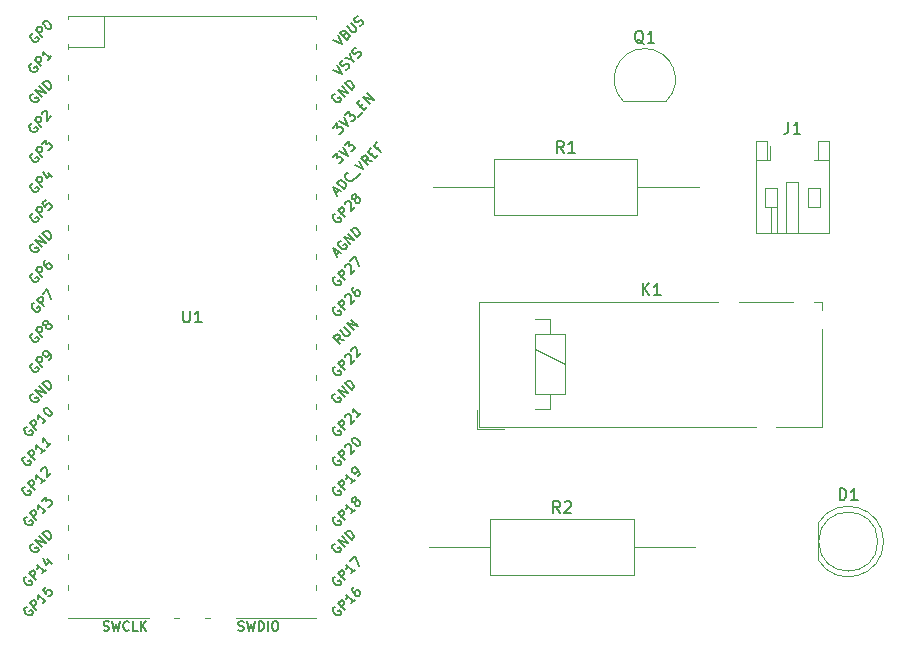
<source format=gbr>
%TF.GenerationSoftware,KiCad,Pcbnew,8.0.1-8.0.1-1~ubuntu22.04.1*%
%TF.CreationDate,2024-03-31T23:59:49-03:00*%
%TF.ProjectId,PCB-ESP,5043422d-4553-4502-9e6b-696361645f70,rev?*%
%TF.SameCoordinates,Original*%
%TF.FileFunction,Legend,Top*%
%TF.FilePolarity,Positive*%
%FSLAX46Y46*%
G04 Gerber Fmt 4.6, Leading zero omitted, Abs format (unit mm)*
G04 Created by KiCad (PCBNEW 8.0.1-8.0.1-1~ubuntu22.04.1) date 2024-03-31 23:59:49*
%MOMM*%
%LPD*%
G01*
G04 APERTURE LIST*
%ADD10C,0.150000*%
%ADD11C,0.120000*%
G04 APERTURE END LIST*
D10*
X116423095Y-88939819D02*
X116423095Y-89749342D01*
X116423095Y-89749342D02*
X116470714Y-89844580D01*
X116470714Y-89844580D02*
X116518333Y-89892200D01*
X116518333Y-89892200D02*
X116613571Y-89939819D01*
X116613571Y-89939819D02*
X116804047Y-89939819D01*
X116804047Y-89939819D02*
X116899285Y-89892200D01*
X116899285Y-89892200D02*
X116946904Y-89844580D01*
X116946904Y-89844580D02*
X116994523Y-89749342D01*
X116994523Y-89749342D02*
X116994523Y-88939819D01*
X117994523Y-89939819D02*
X117423095Y-89939819D01*
X117708809Y-89939819D02*
X117708809Y-88939819D01*
X117708809Y-88939819D02*
X117613571Y-89082676D01*
X117613571Y-89082676D02*
X117518333Y-89177914D01*
X117518333Y-89177914D02*
X117423095Y-89225533D01*
X103028998Y-101305868D02*
X102948185Y-101332805D01*
X102948185Y-101332805D02*
X102867373Y-101413618D01*
X102867373Y-101413618D02*
X102813498Y-101521367D01*
X102813498Y-101521367D02*
X102813498Y-101629117D01*
X102813498Y-101629117D02*
X102840436Y-101709929D01*
X102840436Y-101709929D02*
X102921248Y-101844616D01*
X102921248Y-101844616D02*
X103002060Y-101925428D01*
X103002060Y-101925428D02*
X103136747Y-102006241D01*
X103136747Y-102006241D02*
X103217560Y-102033178D01*
X103217560Y-102033178D02*
X103325309Y-102033178D01*
X103325309Y-102033178D02*
X103433059Y-101979303D01*
X103433059Y-101979303D02*
X103486934Y-101925428D01*
X103486934Y-101925428D02*
X103540808Y-101817679D01*
X103540808Y-101817679D02*
X103540808Y-101763804D01*
X103540808Y-101763804D02*
X103352247Y-101575242D01*
X103352247Y-101575242D02*
X103244497Y-101682992D01*
X103837120Y-101575242D02*
X103271434Y-101009557D01*
X103271434Y-101009557D02*
X103486934Y-100794057D01*
X103486934Y-100794057D02*
X103567746Y-100767120D01*
X103567746Y-100767120D02*
X103621621Y-100767120D01*
X103621621Y-100767120D02*
X103702433Y-100794057D01*
X103702433Y-100794057D02*
X103783245Y-100874870D01*
X103783245Y-100874870D02*
X103810182Y-100955682D01*
X103810182Y-100955682D02*
X103810182Y-101009557D01*
X103810182Y-101009557D02*
X103783245Y-101090369D01*
X103783245Y-101090369D02*
X103567746Y-101305868D01*
X104699117Y-100713245D02*
X104375868Y-101036494D01*
X104537492Y-100874870D02*
X103971807Y-100309184D01*
X103971807Y-100309184D02*
X103998744Y-100443871D01*
X103998744Y-100443871D02*
X103998744Y-100551621D01*
X103998744Y-100551621D02*
X103971807Y-100632433D01*
X105237865Y-100174497D02*
X104914616Y-100497746D01*
X105076240Y-100336121D02*
X104510555Y-99770436D01*
X104510555Y-99770436D02*
X104537492Y-99905123D01*
X104537492Y-99905123D02*
X104537492Y-100012873D01*
X104537492Y-100012873D02*
X104510555Y-100093685D01*
X129336873Y-84226240D02*
X129606247Y-83956866D01*
X129444623Y-84441739D02*
X129067499Y-83687492D01*
X129067499Y-83687492D02*
X129821746Y-84064615D01*
X129767871Y-83040994D02*
X129687059Y-83067932D01*
X129687059Y-83067932D02*
X129606247Y-83148744D01*
X129606247Y-83148744D02*
X129552372Y-83256494D01*
X129552372Y-83256494D02*
X129552372Y-83364243D01*
X129552372Y-83364243D02*
X129579310Y-83445055D01*
X129579310Y-83445055D02*
X129660122Y-83579742D01*
X129660122Y-83579742D02*
X129740934Y-83660555D01*
X129740934Y-83660555D02*
X129875621Y-83741367D01*
X129875621Y-83741367D02*
X129956433Y-83768304D01*
X129956433Y-83768304D02*
X130064183Y-83768304D01*
X130064183Y-83768304D02*
X130171932Y-83714429D01*
X130171932Y-83714429D02*
X130225807Y-83660555D01*
X130225807Y-83660555D02*
X130279682Y-83552805D01*
X130279682Y-83552805D02*
X130279682Y-83498930D01*
X130279682Y-83498930D02*
X130091120Y-83310368D01*
X130091120Y-83310368D02*
X129983371Y-83418118D01*
X130575993Y-83310368D02*
X130010308Y-82744683D01*
X130010308Y-82744683D02*
X130899242Y-82987120D01*
X130899242Y-82987120D02*
X130333557Y-82421434D01*
X131168616Y-82717746D02*
X130602931Y-82152060D01*
X130602931Y-82152060D02*
X130737618Y-82017373D01*
X130737618Y-82017373D02*
X130845367Y-81963498D01*
X130845367Y-81963498D02*
X130953117Y-81963498D01*
X130953117Y-81963498D02*
X131033929Y-81990436D01*
X131033929Y-81990436D02*
X131168616Y-82071248D01*
X131168616Y-82071248D02*
X131249428Y-82152060D01*
X131249428Y-82152060D02*
X131330241Y-82286747D01*
X131330241Y-82286747D02*
X131357178Y-82367560D01*
X131357178Y-82367560D02*
X131357178Y-82475309D01*
X131357178Y-82475309D02*
X131303303Y-82583059D01*
X131303303Y-82583059D02*
X131168616Y-82717746D01*
X129271435Y-108683431D02*
X129190623Y-108710368D01*
X129190623Y-108710368D02*
X129109811Y-108791180D01*
X129109811Y-108791180D02*
X129055936Y-108898930D01*
X129055936Y-108898930D02*
X129055936Y-109006680D01*
X129055936Y-109006680D02*
X129082873Y-109087492D01*
X129082873Y-109087492D02*
X129163685Y-109222179D01*
X129163685Y-109222179D02*
X129244498Y-109302991D01*
X129244498Y-109302991D02*
X129379185Y-109383803D01*
X129379185Y-109383803D02*
X129459997Y-109410741D01*
X129459997Y-109410741D02*
X129567746Y-109410741D01*
X129567746Y-109410741D02*
X129675496Y-109356866D01*
X129675496Y-109356866D02*
X129729371Y-109302991D01*
X129729371Y-109302991D02*
X129783246Y-109195241D01*
X129783246Y-109195241D02*
X129783246Y-109141367D01*
X129783246Y-109141367D02*
X129594684Y-108952805D01*
X129594684Y-108952805D02*
X129486934Y-109060554D01*
X130079557Y-108952805D02*
X129513872Y-108387119D01*
X129513872Y-108387119D02*
X130402806Y-108629556D01*
X130402806Y-108629556D02*
X129837120Y-108063871D01*
X130672180Y-108360182D02*
X130106494Y-107794497D01*
X130106494Y-107794497D02*
X130241181Y-107659810D01*
X130241181Y-107659810D02*
X130348931Y-107605935D01*
X130348931Y-107605935D02*
X130456680Y-107605935D01*
X130456680Y-107605935D02*
X130537493Y-107632872D01*
X130537493Y-107632872D02*
X130672180Y-107713685D01*
X130672180Y-107713685D02*
X130752992Y-107794497D01*
X130752992Y-107794497D02*
X130833804Y-107929184D01*
X130833804Y-107929184D02*
X130860741Y-108009996D01*
X130860741Y-108009996D02*
X130860741Y-108117746D01*
X130860741Y-108117746D02*
X130806867Y-108225495D01*
X130806867Y-108225495D02*
X130672180Y-108360182D01*
X129138406Y-66012585D02*
X129892653Y-66389709D01*
X129892653Y-66389709D02*
X129515529Y-65635462D01*
X130162027Y-65527712D02*
X130269776Y-65473838D01*
X130269776Y-65473838D02*
X130323651Y-65473838D01*
X130323651Y-65473838D02*
X130404463Y-65500775D01*
X130404463Y-65500775D02*
X130485276Y-65581587D01*
X130485276Y-65581587D02*
X130512213Y-65662399D01*
X130512213Y-65662399D02*
X130512213Y-65716274D01*
X130512213Y-65716274D02*
X130485276Y-65797086D01*
X130485276Y-65797086D02*
X130269776Y-66012586D01*
X130269776Y-66012586D02*
X129704091Y-65446900D01*
X129704091Y-65446900D02*
X129892653Y-65258338D01*
X129892653Y-65258338D02*
X129973465Y-65231401D01*
X129973465Y-65231401D02*
X130027340Y-65231401D01*
X130027340Y-65231401D02*
X130108152Y-65258338D01*
X130108152Y-65258338D02*
X130162027Y-65312213D01*
X130162027Y-65312213D02*
X130188964Y-65393025D01*
X130188964Y-65393025D02*
X130188964Y-65446900D01*
X130188964Y-65446900D02*
X130162027Y-65527712D01*
X130162027Y-65527712D02*
X129973465Y-65716274D01*
X130269776Y-64881215D02*
X130727712Y-65339151D01*
X130727712Y-65339151D02*
X130808524Y-65366088D01*
X130808524Y-65366088D02*
X130862399Y-65366088D01*
X130862399Y-65366088D02*
X130943211Y-65339151D01*
X130943211Y-65339151D02*
X131050961Y-65231401D01*
X131050961Y-65231401D02*
X131077898Y-65150589D01*
X131077898Y-65150589D02*
X131077898Y-65096714D01*
X131077898Y-65096714D02*
X131050961Y-65015902D01*
X131050961Y-65015902D02*
X130593025Y-64557966D01*
X131374210Y-64854277D02*
X131481959Y-64800403D01*
X131481959Y-64800403D02*
X131616646Y-64665716D01*
X131616646Y-64665716D02*
X131643584Y-64584903D01*
X131643584Y-64584903D02*
X131643584Y-64531029D01*
X131643584Y-64531029D02*
X131616646Y-64450216D01*
X131616646Y-64450216D02*
X131562771Y-64396342D01*
X131562771Y-64396342D02*
X131481959Y-64369404D01*
X131481959Y-64369404D02*
X131428084Y-64369404D01*
X131428084Y-64369404D02*
X131347272Y-64396342D01*
X131347272Y-64396342D02*
X131212585Y-64477154D01*
X131212585Y-64477154D02*
X131131773Y-64504091D01*
X131131773Y-64504091D02*
X131077898Y-64504091D01*
X131077898Y-64504091D02*
X130997086Y-64477154D01*
X130997086Y-64477154D02*
X130943211Y-64423279D01*
X130943211Y-64423279D02*
X130916274Y-64342467D01*
X130916274Y-64342467D02*
X130916274Y-64288592D01*
X130916274Y-64288592D02*
X130943211Y-64207780D01*
X130943211Y-64207780D02*
X131077898Y-64073093D01*
X131077898Y-64073093D02*
X131185648Y-64019218D01*
X129271435Y-70583431D02*
X129190623Y-70610368D01*
X129190623Y-70610368D02*
X129109811Y-70691180D01*
X129109811Y-70691180D02*
X129055936Y-70798930D01*
X129055936Y-70798930D02*
X129055936Y-70906680D01*
X129055936Y-70906680D02*
X129082873Y-70987492D01*
X129082873Y-70987492D02*
X129163685Y-71122179D01*
X129163685Y-71122179D02*
X129244498Y-71202991D01*
X129244498Y-71202991D02*
X129379185Y-71283803D01*
X129379185Y-71283803D02*
X129459997Y-71310741D01*
X129459997Y-71310741D02*
X129567746Y-71310741D01*
X129567746Y-71310741D02*
X129675496Y-71256866D01*
X129675496Y-71256866D02*
X129729371Y-71202991D01*
X129729371Y-71202991D02*
X129783246Y-71095241D01*
X129783246Y-71095241D02*
X129783246Y-71041367D01*
X129783246Y-71041367D02*
X129594684Y-70852805D01*
X129594684Y-70852805D02*
X129486934Y-70960554D01*
X130079557Y-70852805D02*
X129513872Y-70287119D01*
X129513872Y-70287119D02*
X130402806Y-70529556D01*
X130402806Y-70529556D02*
X129837120Y-69963871D01*
X130672180Y-70260182D02*
X130106494Y-69694497D01*
X130106494Y-69694497D02*
X130241181Y-69559810D01*
X130241181Y-69559810D02*
X130348931Y-69505935D01*
X130348931Y-69505935D02*
X130456680Y-69505935D01*
X130456680Y-69505935D02*
X130537493Y-69532872D01*
X130537493Y-69532872D02*
X130672180Y-69613685D01*
X130672180Y-69613685D02*
X130752992Y-69694497D01*
X130752992Y-69694497D02*
X130833804Y-69829184D01*
X130833804Y-69829184D02*
X130860741Y-69909996D01*
X130860741Y-69909996D02*
X130860741Y-70017746D01*
X130860741Y-70017746D02*
X130806867Y-70125495D01*
X130806867Y-70125495D02*
X130672180Y-70260182D01*
X103174998Y-106385868D02*
X103094185Y-106412805D01*
X103094185Y-106412805D02*
X103013373Y-106493618D01*
X103013373Y-106493618D02*
X102959498Y-106601367D01*
X102959498Y-106601367D02*
X102959498Y-106709117D01*
X102959498Y-106709117D02*
X102986436Y-106789929D01*
X102986436Y-106789929D02*
X103067248Y-106924616D01*
X103067248Y-106924616D02*
X103148060Y-107005428D01*
X103148060Y-107005428D02*
X103282747Y-107086241D01*
X103282747Y-107086241D02*
X103363560Y-107113178D01*
X103363560Y-107113178D02*
X103471309Y-107113178D01*
X103471309Y-107113178D02*
X103579059Y-107059303D01*
X103579059Y-107059303D02*
X103632934Y-107005428D01*
X103632934Y-107005428D02*
X103686808Y-106897679D01*
X103686808Y-106897679D02*
X103686808Y-106843804D01*
X103686808Y-106843804D02*
X103498247Y-106655242D01*
X103498247Y-106655242D02*
X103390497Y-106762992D01*
X103983120Y-106655242D02*
X103417434Y-106089557D01*
X103417434Y-106089557D02*
X103632934Y-105874057D01*
X103632934Y-105874057D02*
X103713746Y-105847120D01*
X103713746Y-105847120D02*
X103767621Y-105847120D01*
X103767621Y-105847120D02*
X103848433Y-105874057D01*
X103848433Y-105874057D02*
X103929245Y-105954870D01*
X103929245Y-105954870D02*
X103956182Y-106035682D01*
X103956182Y-106035682D02*
X103956182Y-106089557D01*
X103956182Y-106089557D02*
X103929245Y-106170369D01*
X103929245Y-106170369D02*
X103713746Y-106385868D01*
X104845117Y-105793245D02*
X104521868Y-106116494D01*
X104683492Y-105954870D02*
X104117807Y-105389184D01*
X104117807Y-105389184D02*
X104144744Y-105523871D01*
X104144744Y-105523871D02*
X104144744Y-105631621D01*
X104144744Y-105631621D02*
X104117807Y-105712433D01*
X104467993Y-105038998D02*
X104818179Y-104688812D01*
X104818179Y-104688812D02*
X104845117Y-105092873D01*
X104845117Y-105092873D02*
X104925929Y-105012060D01*
X104925929Y-105012060D02*
X105006741Y-104985123D01*
X105006741Y-104985123D02*
X105060616Y-104985123D01*
X105060616Y-104985123D02*
X105141428Y-105012060D01*
X105141428Y-105012060D02*
X105276115Y-105146747D01*
X105276115Y-105146747D02*
X105303053Y-105227560D01*
X105303053Y-105227560D02*
X105303053Y-105281434D01*
X105303053Y-105281434D02*
X105276115Y-105362247D01*
X105276115Y-105362247D02*
X105114491Y-105523871D01*
X105114491Y-105523871D02*
X105033679Y-105550808D01*
X105033679Y-105550808D02*
X104979804Y-105550808D01*
X129340064Y-79019049D02*
X129609438Y-78749675D01*
X129447813Y-79234549D02*
X129070690Y-78480301D01*
X129070690Y-78480301D02*
X129824937Y-78857425D01*
X130013499Y-78668863D02*
X129447813Y-78103178D01*
X129447813Y-78103178D02*
X129582500Y-77968491D01*
X129582500Y-77968491D02*
X129690250Y-77914616D01*
X129690250Y-77914616D02*
X129797999Y-77914616D01*
X129797999Y-77914616D02*
X129878812Y-77941553D01*
X129878812Y-77941553D02*
X130013499Y-78022366D01*
X130013499Y-78022366D02*
X130094311Y-78103178D01*
X130094311Y-78103178D02*
X130175123Y-78237865D01*
X130175123Y-78237865D02*
X130202060Y-78318677D01*
X130202060Y-78318677D02*
X130202060Y-78426427D01*
X130202060Y-78426427D02*
X130148186Y-78534176D01*
X130148186Y-78534176D02*
X130013499Y-78668863D01*
X130848558Y-77726054D02*
X130848558Y-77779929D01*
X130848558Y-77779929D02*
X130794683Y-77887679D01*
X130794683Y-77887679D02*
X130740808Y-77941553D01*
X130740808Y-77941553D02*
X130633059Y-77995428D01*
X130633059Y-77995428D02*
X130525309Y-77995428D01*
X130525309Y-77995428D02*
X130444497Y-77968491D01*
X130444497Y-77968491D02*
X130309810Y-77887679D01*
X130309810Y-77887679D02*
X130228998Y-77806866D01*
X130228998Y-77806866D02*
X130148186Y-77672179D01*
X130148186Y-77672179D02*
X130121248Y-77591367D01*
X130121248Y-77591367D02*
X130121248Y-77483618D01*
X130121248Y-77483618D02*
X130175123Y-77375868D01*
X130175123Y-77375868D02*
X130228998Y-77321993D01*
X130228998Y-77321993D02*
X130336747Y-77268118D01*
X130336747Y-77268118D02*
X130390622Y-77268118D01*
X131064057Y-77726054D02*
X131495056Y-77295056D01*
X130929370Y-76621621D02*
X131683618Y-76998744D01*
X131683618Y-76998744D02*
X131306494Y-76244497D01*
X132383990Y-76298372D02*
X131926054Y-76217560D01*
X132060741Y-76621621D02*
X131495056Y-76055935D01*
X131495056Y-76055935D02*
X131710555Y-75840436D01*
X131710555Y-75840436D02*
X131791367Y-75813499D01*
X131791367Y-75813499D02*
X131845242Y-75813499D01*
X131845242Y-75813499D02*
X131926054Y-75840436D01*
X131926054Y-75840436D02*
X132006866Y-75921248D01*
X132006866Y-75921248D02*
X132033804Y-76002061D01*
X132033804Y-76002061D02*
X132033804Y-76055935D01*
X132033804Y-76055935D02*
X132006866Y-76136748D01*
X132006866Y-76136748D02*
X131791367Y-76352247D01*
X132330115Y-75759624D02*
X132518677Y-75571062D01*
X132895800Y-75786561D02*
X132626426Y-76055935D01*
X132626426Y-76055935D02*
X132060741Y-75490250D01*
X132060741Y-75490250D02*
X132330115Y-75220876D01*
X133030488Y-75059251D02*
X132841926Y-75247813D01*
X133138237Y-75544125D02*
X132572552Y-74978439D01*
X132572552Y-74978439D02*
X132841926Y-74709065D01*
X103698372Y-78176494D02*
X103617560Y-78203431D01*
X103617560Y-78203431D02*
X103536748Y-78284243D01*
X103536748Y-78284243D02*
X103482873Y-78391993D01*
X103482873Y-78391993D02*
X103482873Y-78499742D01*
X103482873Y-78499742D02*
X103509810Y-78580555D01*
X103509810Y-78580555D02*
X103590623Y-78715242D01*
X103590623Y-78715242D02*
X103671435Y-78796054D01*
X103671435Y-78796054D02*
X103806122Y-78876866D01*
X103806122Y-78876866D02*
X103886934Y-78903803D01*
X103886934Y-78903803D02*
X103994684Y-78903803D01*
X103994684Y-78903803D02*
X104102433Y-78849929D01*
X104102433Y-78849929D02*
X104156308Y-78796054D01*
X104156308Y-78796054D02*
X104210183Y-78688304D01*
X104210183Y-78688304D02*
X104210183Y-78634429D01*
X104210183Y-78634429D02*
X104021621Y-78445868D01*
X104021621Y-78445868D02*
X103913871Y-78553617D01*
X104506494Y-78445868D02*
X103940809Y-77880182D01*
X103940809Y-77880182D02*
X104156308Y-77664683D01*
X104156308Y-77664683D02*
X104237120Y-77637746D01*
X104237120Y-77637746D02*
X104290995Y-77637746D01*
X104290995Y-77637746D02*
X104371807Y-77664683D01*
X104371807Y-77664683D02*
X104452619Y-77745495D01*
X104452619Y-77745495D02*
X104479557Y-77826307D01*
X104479557Y-77826307D02*
X104479557Y-77880182D01*
X104479557Y-77880182D02*
X104452619Y-77960994D01*
X104452619Y-77960994D02*
X104237120Y-78176494D01*
X104937493Y-77260622D02*
X105314616Y-77637746D01*
X104587306Y-77179810D02*
X104856680Y-77718558D01*
X104856680Y-77718558D02*
X105206867Y-77368372D01*
X103798372Y-88306494D02*
X103717560Y-88333431D01*
X103717560Y-88333431D02*
X103636748Y-88414243D01*
X103636748Y-88414243D02*
X103582873Y-88521993D01*
X103582873Y-88521993D02*
X103582873Y-88629742D01*
X103582873Y-88629742D02*
X103609810Y-88710555D01*
X103609810Y-88710555D02*
X103690623Y-88845242D01*
X103690623Y-88845242D02*
X103771435Y-88926054D01*
X103771435Y-88926054D02*
X103906122Y-89006866D01*
X103906122Y-89006866D02*
X103986934Y-89033803D01*
X103986934Y-89033803D02*
X104094684Y-89033803D01*
X104094684Y-89033803D02*
X104202433Y-88979929D01*
X104202433Y-88979929D02*
X104256308Y-88926054D01*
X104256308Y-88926054D02*
X104310183Y-88818304D01*
X104310183Y-88818304D02*
X104310183Y-88764429D01*
X104310183Y-88764429D02*
X104121621Y-88575868D01*
X104121621Y-88575868D02*
X104013871Y-88683617D01*
X104606494Y-88575868D02*
X104040809Y-88010182D01*
X104040809Y-88010182D02*
X104256308Y-87794683D01*
X104256308Y-87794683D02*
X104337120Y-87767746D01*
X104337120Y-87767746D02*
X104390995Y-87767746D01*
X104390995Y-87767746D02*
X104471807Y-87794683D01*
X104471807Y-87794683D02*
X104552619Y-87875495D01*
X104552619Y-87875495D02*
X104579557Y-87956307D01*
X104579557Y-87956307D02*
X104579557Y-88010182D01*
X104579557Y-88010182D02*
X104552619Y-88090994D01*
X104552619Y-88090994D02*
X104337120Y-88306494D01*
X104552619Y-87498372D02*
X104929743Y-87121248D01*
X104929743Y-87121248D02*
X105252992Y-87929370D01*
X103174998Y-114005868D02*
X103094185Y-114032805D01*
X103094185Y-114032805D02*
X103013373Y-114113618D01*
X103013373Y-114113618D02*
X102959498Y-114221367D01*
X102959498Y-114221367D02*
X102959498Y-114329117D01*
X102959498Y-114329117D02*
X102986436Y-114409929D01*
X102986436Y-114409929D02*
X103067248Y-114544616D01*
X103067248Y-114544616D02*
X103148060Y-114625428D01*
X103148060Y-114625428D02*
X103282747Y-114706241D01*
X103282747Y-114706241D02*
X103363560Y-114733178D01*
X103363560Y-114733178D02*
X103471309Y-114733178D01*
X103471309Y-114733178D02*
X103579059Y-114679303D01*
X103579059Y-114679303D02*
X103632934Y-114625428D01*
X103632934Y-114625428D02*
X103686808Y-114517679D01*
X103686808Y-114517679D02*
X103686808Y-114463804D01*
X103686808Y-114463804D02*
X103498247Y-114275242D01*
X103498247Y-114275242D02*
X103390497Y-114382992D01*
X103983120Y-114275242D02*
X103417434Y-113709557D01*
X103417434Y-113709557D02*
X103632934Y-113494057D01*
X103632934Y-113494057D02*
X103713746Y-113467120D01*
X103713746Y-113467120D02*
X103767621Y-113467120D01*
X103767621Y-113467120D02*
X103848433Y-113494057D01*
X103848433Y-113494057D02*
X103929245Y-113574870D01*
X103929245Y-113574870D02*
X103956182Y-113655682D01*
X103956182Y-113655682D02*
X103956182Y-113709557D01*
X103956182Y-113709557D02*
X103929245Y-113790369D01*
X103929245Y-113790369D02*
X103713746Y-114005868D01*
X104845117Y-113413245D02*
X104521868Y-113736494D01*
X104683492Y-113574870D02*
X104117807Y-113009184D01*
X104117807Y-113009184D02*
X104144744Y-113143871D01*
X104144744Y-113143871D02*
X104144744Y-113251621D01*
X104144744Y-113251621D02*
X104117807Y-113332433D01*
X104791242Y-112335749D02*
X104521868Y-112605123D01*
X104521868Y-112605123D02*
X104764305Y-112901434D01*
X104764305Y-112901434D02*
X104764305Y-112847560D01*
X104764305Y-112847560D02*
X104791242Y-112766747D01*
X104791242Y-112766747D02*
X104925929Y-112632060D01*
X104925929Y-112632060D02*
X105006741Y-112605123D01*
X105006741Y-112605123D02*
X105060616Y-112605123D01*
X105060616Y-112605123D02*
X105141428Y-112632060D01*
X105141428Y-112632060D02*
X105276115Y-112766747D01*
X105276115Y-112766747D02*
X105303053Y-112847560D01*
X105303053Y-112847560D02*
X105303053Y-112901434D01*
X105303053Y-112901434D02*
X105276115Y-112982247D01*
X105276115Y-112982247D02*
X105141428Y-113116934D01*
X105141428Y-113116934D02*
X105060616Y-113143871D01*
X105060616Y-113143871D02*
X105006741Y-113143871D01*
X129282998Y-111465868D02*
X129202185Y-111492805D01*
X129202185Y-111492805D02*
X129121373Y-111573618D01*
X129121373Y-111573618D02*
X129067498Y-111681367D01*
X129067498Y-111681367D02*
X129067498Y-111789117D01*
X129067498Y-111789117D02*
X129094436Y-111869929D01*
X129094436Y-111869929D02*
X129175248Y-112004616D01*
X129175248Y-112004616D02*
X129256060Y-112085428D01*
X129256060Y-112085428D02*
X129390747Y-112166241D01*
X129390747Y-112166241D02*
X129471560Y-112193178D01*
X129471560Y-112193178D02*
X129579309Y-112193178D01*
X129579309Y-112193178D02*
X129687059Y-112139303D01*
X129687059Y-112139303D02*
X129740934Y-112085428D01*
X129740934Y-112085428D02*
X129794808Y-111977679D01*
X129794808Y-111977679D02*
X129794808Y-111923804D01*
X129794808Y-111923804D02*
X129606247Y-111735242D01*
X129606247Y-111735242D02*
X129498497Y-111842992D01*
X130091120Y-111735242D02*
X129525434Y-111169557D01*
X129525434Y-111169557D02*
X129740934Y-110954057D01*
X129740934Y-110954057D02*
X129821746Y-110927120D01*
X129821746Y-110927120D02*
X129875621Y-110927120D01*
X129875621Y-110927120D02*
X129956433Y-110954057D01*
X129956433Y-110954057D02*
X130037245Y-111034870D01*
X130037245Y-111034870D02*
X130064182Y-111115682D01*
X130064182Y-111115682D02*
X130064182Y-111169557D01*
X130064182Y-111169557D02*
X130037245Y-111250369D01*
X130037245Y-111250369D02*
X129821746Y-111465868D01*
X130953117Y-110873245D02*
X130629868Y-111196494D01*
X130791492Y-111034870D02*
X130225807Y-110469184D01*
X130225807Y-110469184D02*
X130252744Y-110603871D01*
X130252744Y-110603871D02*
X130252744Y-110711621D01*
X130252744Y-110711621D02*
X130225807Y-110792433D01*
X130575993Y-110118998D02*
X130953117Y-109741874D01*
X130953117Y-109741874D02*
X131276366Y-110549996D01*
X129282998Y-88605868D02*
X129202185Y-88632805D01*
X129202185Y-88632805D02*
X129121373Y-88713618D01*
X129121373Y-88713618D02*
X129067498Y-88821367D01*
X129067498Y-88821367D02*
X129067498Y-88929117D01*
X129067498Y-88929117D02*
X129094436Y-89009929D01*
X129094436Y-89009929D02*
X129175248Y-89144616D01*
X129175248Y-89144616D02*
X129256060Y-89225428D01*
X129256060Y-89225428D02*
X129390747Y-89306241D01*
X129390747Y-89306241D02*
X129471560Y-89333178D01*
X129471560Y-89333178D02*
X129579309Y-89333178D01*
X129579309Y-89333178D02*
X129687059Y-89279303D01*
X129687059Y-89279303D02*
X129740934Y-89225428D01*
X129740934Y-89225428D02*
X129794808Y-89117679D01*
X129794808Y-89117679D02*
X129794808Y-89063804D01*
X129794808Y-89063804D02*
X129606247Y-88875242D01*
X129606247Y-88875242D02*
X129498497Y-88982992D01*
X130091120Y-88875242D02*
X129525434Y-88309557D01*
X129525434Y-88309557D02*
X129740934Y-88094057D01*
X129740934Y-88094057D02*
X129821746Y-88067120D01*
X129821746Y-88067120D02*
X129875621Y-88067120D01*
X129875621Y-88067120D02*
X129956433Y-88094057D01*
X129956433Y-88094057D02*
X130037245Y-88174870D01*
X130037245Y-88174870D02*
X130064182Y-88255682D01*
X130064182Y-88255682D02*
X130064182Y-88309557D01*
X130064182Y-88309557D02*
X130037245Y-88390369D01*
X130037245Y-88390369D02*
X129821746Y-88605868D01*
X130118057Y-87824683D02*
X130118057Y-87770809D01*
X130118057Y-87770809D02*
X130144995Y-87689996D01*
X130144995Y-87689996D02*
X130279682Y-87555309D01*
X130279682Y-87555309D02*
X130360494Y-87528372D01*
X130360494Y-87528372D02*
X130414369Y-87528372D01*
X130414369Y-87528372D02*
X130495181Y-87555309D01*
X130495181Y-87555309D02*
X130549056Y-87609184D01*
X130549056Y-87609184D02*
X130602930Y-87716934D01*
X130602930Y-87716934D02*
X130602930Y-88363431D01*
X130602930Y-88363431D02*
X130953117Y-88013245D01*
X130872305Y-86962686D02*
X130764555Y-87070436D01*
X130764555Y-87070436D02*
X130737618Y-87151248D01*
X130737618Y-87151248D02*
X130737618Y-87205123D01*
X130737618Y-87205123D02*
X130764555Y-87339810D01*
X130764555Y-87339810D02*
X130845367Y-87474497D01*
X130845367Y-87474497D02*
X131060866Y-87689996D01*
X131060866Y-87689996D02*
X131141679Y-87716934D01*
X131141679Y-87716934D02*
X131195553Y-87716934D01*
X131195553Y-87716934D02*
X131276366Y-87689996D01*
X131276366Y-87689996D02*
X131384115Y-87582247D01*
X131384115Y-87582247D02*
X131411053Y-87501434D01*
X131411053Y-87501434D02*
X131411053Y-87447560D01*
X131411053Y-87447560D02*
X131384115Y-87366747D01*
X131384115Y-87366747D02*
X131249428Y-87232060D01*
X131249428Y-87232060D02*
X131168616Y-87205123D01*
X131168616Y-87205123D02*
X131114741Y-87205123D01*
X131114741Y-87205123D02*
X131033929Y-87232060D01*
X131033929Y-87232060D02*
X130926179Y-87339810D01*
X130926179Y-87339810D02*
X130899242Y-87420622D01*
X130899242Y-87420622D02*
X130899242Y-87474497D01*
X130899242Y-87474497D02*
X130926179Y-87555309D01*
X109675475Y-116009200D02*
X109789761Y-116047295D01*
X109789761Y-116047295D02*
X109980237Y-116047295D01*
X109980237Y-116047295D02*
X110056428Y-116009200D01*
X110056428Y-116009200D02*
X110094523Y-115971104D01*
X110094523Y-115971104D02*
X110132618Y-115894914D01*
X110132618Y-115894914D02*
X110132618Y-115818723D01*
X110132618Y-115818723D02*
X110094523Y-115742533D01*
X110094523Y-115742533D02*
X110056428Y-115704438D01*
X110056428Y-115704438D02*
X109980237Y-115666342D01*
X109980237Y-115666342D02*
X109827856Y-115628247D01*
X109827856Y-115628247D02*
X109751666Y-115590152D01*
X109751666Y-115590152D02*
X109713571Y-115552057D01*
X109713571Y-115552057D02*
X109675475Y-115475866D01*
X109675475Y-115475866D02*
X109675475Y-115399676D01*
X109675475Y-115399676D02*
X109713571Y-115323485D01*
X109713571Y-115323485D02*
X109751666Y-115285390D01*
X109751666Y-115285390D02*
X109827856Y-115247295D01*
X109827856Y-115247295D02*
X110018333Y-115247295D01*
X110018333Y-115247295D02*
X110132618Y-115285390D01*
X110399285Y-115247295D02*
X110589761Y-116047295D01*
X110589761Y-116047295D02*
X110742142Y-115475866D01*
X110742142Y-115475866D02*
X110894523Y-116047295D01*
X110894523Y-116047295D02*
X111085000Y-115247295D01*
X111846905Y-115971104D02*
X111808809Y-116009200D01*
X111808809Y-116009200D02*
X111694524Y-116047295D01*
X111694524Y-116047295D02*
X111618333Y-116047295D01*
X111618333Y-116047295D02*
X111504047Y-116009200D01*
X111504047Y-116009200D02*
X111427857Y-115933009D01*
X111427857Y-115933009D02*
X111389762Y-115856819D01*
X111389762Y-115856819D02*
X111351666Y-115704438D01*
X111351666Y-115704438D02*
X111351666Y-115590152D01*
X111351666Y-115590152D02*
X111389762Y-115437771D01*
X111389762Y-115437771D02*
X111427857Y-115361580D01*
X111427857Y-115361580D02*
X111504047Y-115285390D01*
X111504047Y-115285390D02*
X111618333Y-115247295D01*
X111618333Y-115247295D02*
X111694524Y-115247295D01*
X111694524Y-115247295D02*
X111808809Y-115285390D01*
X111808809Y-115285390D02*
X111846905Y-115323485D01*
X112570714Y-116047295D02*
X112189762Y-116047295D01*
X112189762Y-116047295D02*
X112189762Y-115247295D01*
X112837381Y-116047295D02*
X112837381Y-115247295D01*
X113294524Y-116047295D02*
X112951666Y-115590152D01*
X113294524Y-115247295D02*
X112837381Y-115704438D01*
X129107407Y-73443584D02*
X129457593Y-73093398D01*
X129457593Y-73093398D02*
X129484531Y-73497459D01*
X129484531Y-73497459D02*
X129565343Y-73416646D01*
X129565343Y-73416646D02*
X129646155Y-73389709D01*
X129646155Y-73389709D02*
X129700030Y-73389709D01*
X129700030Y-73389709D02*
X129780842Y-73416646D01*
X129780842Y-73416646D02*
X129915529Y-73551333D01*
X129915529Y-73551333D02*
X129942467Y-73632146D01*
X129942467Y-73632146D02*
X129942467Y-73686020D01*
X129942467Y-73686020D02*
X129915529Y-73766833D01*
X129915529Y-73766833D02*
X129753905Y-73928457D01*
X129753905Y-73928457D02*
X129673093Y-73955394D01*
X129673093Y-73955394D02*
X129619218Y-73955394D01*
X129619218Y-72931773D02*
X130373465Y-73308897D01*
X130373465Y-73308897D02*
X129996342Y-72554649D01*
X130131028Y-72419963D02*
X130481215Y-72069776D01*
X130481215Y-72069776D02*
X130508152Y-72473837D01*
X130508152Y-72473837D02*
X130588964Y-72393025D01*
X130588964Y-72393025D02*
X130669776Y-72366088D01*
X130669776Y-72366088D02*
X130723651Y-72366088D01*
X130723651Y-72366088D02*
X130804464Y-72393025D01*
X130804464Y-72393025D02*
X130939151Y-72527712D01*
X130939151Y-72527712D02*
X130966088Y-72608524D01*
X130966088Y-72608524D02*
X130966088Y-72662399D01*
X130966088Y-72662399D02*
X130939151Y-72743211D01*
X130939151Y-72743211D02*
X130777526Y-72904836D01*
X130777526Y-72904836D02*
X130696714Y-72931773D01*
X130696714Y-72931773D02*
X130642839Y-72931773D01*
X131208525Y-72581587D02*
X131639523Y-72150588D01*
X131424024Y-71665715D02*
X131612586Y-71477153D01*
X131989709Y-71692652D02*
X131720335Y-71962026D01*
X131720335Y-71962026D02*
X131154650Y-71396341D01*
X131154650Y-71396341D02*
X131424024Y-71126967D01*
X132232146Y-71450215D02*
X131666461Y-70884530D01*
X131666461Y-70884530D02*
X132555395Y-71126967D01*
X132555395Y-71126967D02*
X131989710Y-70561281D01*
X129075123Y-75975868D02*
X129425309Y-75625682D01*
X129425309Y-75625682D02*
X129452247Y-76029743D01*
X129452247Y-76029743D02*
X129533059Y-75948931D01*
X129533059Y-75948931D02*
X129613871Y-75921993D01*
X129613871Y-75921993D02*
X129667746Y-75921993D01*
X129667746Y-75921993D02*
X129748558Y-75948931D01*
X129748558Y-75948931D02*
X129883245Y-76083618D01*
X129883245Y-76083618D02*
X129910182Y-76164430D01*
X129910182Y-76164430D02*
X129910182Y-76218305D01*
X129910182Y-76218305D02*
X129883245Y-76299117D01*
X129883245Y-76299117D02*
X129721621Y-76460741D01*
X129721621Y-76460741D02*
X129640808Y-76487679D01*
X129640808Y-76487679D02*
X129586934Y-76487679D01*
X129586934Y-75464057D02*
X130341181Y-75841181D01*
X130341181Y-75841181D02*
X129964057Y-75086934D01*
X130098744Y-74952247D02*
X130448930Y-74602061D01*
X130448930Y-74602061D02*
X130475868Y-75006122D01*
X130475868Y-75006122D02*
X130556680Y-74925309D01*
X130556680Y-74925309D02*
X130637492Y-74898372D01*
X130637492Y-74898372D02*
X130691367Y-74898372D01*
X130691367Y-74898372D02*
X130772179Y-74925309D01*
X130772179Y-74925309D02*
X130906866Y-75059996D01*
X130906866Y-75059996D02*
X130933804Y-75140809D01*
X130933804Y-75140809D02*
X130933804Y-75194683D01*
X130933804Y-75194683D02*
X130906866Y-75275496D01*
X130906866Y-75275496D02*
X130745242Y-75437120D01*
X130745242Y-75437120D02*
X130664430Y-75464057D01*
X130664430Y-75464057D02*
X130610555Y-75464057D01*
X103698372Y-90876494D02*
X103617560Y-90903431D01*
X103617560Y-90903431D02*
X103536748Y-90984243D01*
X103536748Y-90984243D02*
X103482873Y-91091993D01*
X103482873Y-91091993D02*
X103482873Y-91199742D01*
X103482873Y-91199742D02*
X103509810Y-91280555D01*
X103509810Y-91280555D02*
X103590623Y-91415242D01*
X103590623Y-91415242D02*
X103671435Y-91496054D01*
X103671435Y-91496054D02*
X103806122Y-91576866D01*
X103806122Y-91576866D02*
X103886934Y-91603803D01*
X103886934Y-91603803D02*
X103994684Y-91603803D01*
X103994684Y-91603803D02*
X104102433Y-91549929D01*
X104102433Y-91549929D02*
X104156308Y-91496054D01*
X104156308Y-91496054D02*
X104210183Y-91388304D01*
X104210183Y-91388304D02*
X104210183Y-91334429D01*
X104210183Y-91334429D02*
X104021621Y-91145868D01*
X104021621Y-91145868D02*
X103913871Y-91253617D01*
X104506494Y-91145868D02*
X103940809Y-90580182D01*
X103940809Y-90580182D02*
X104156308Y-90364683D01*
X104156308Y-90364683D02*
X104237120Y-90337746D01*
X104237120Y-90337746D02*
X104290995Y-90337746D01*
X104290995Y-90337746D02*
X104371807Y-90364683D01*
X104371807Y-90364683D02*
X104452619Y-90445495D01*
X104452619Y-90445495D02*
X104479557Y-90526307D01*
X104479557Y-90526307D02*
X104479557Y-90580182D01*
X104479557Y-90580182D02*
X104452619Y-90660994D01*
X104452619Y-90660994D02*
X104237120Y-90876494D01*
X104829743Y-90176121D02*
X104748931Y-90203059D01*
X104748931Y-90203059D02*
X104695056Y-90203059D01*
X104695056Y-90203059D02*
X104614244Y-90176121D01*
X104614244Y-90176121D02*
X104587306Y-90149184D01*
X104587306Y-90149184D02*
X104560369Y-90068372D01*
X104560369Y-90068372D02*
X104560369Y-90014497D01*
X104560369Y-90014497D02*
X104587306Y-89933685D01*
X104587306Y-89933685D02*
X104695056Y-89825935D01*
X104695056Y-89825935D02*
X104775868Y-89798998D01*
X104775868Y-89798998D02*
X104829743Y-89798998D01*
X104829743Y-89798998D02*
X104910555Y-89825935D01*
X104910555Y-89825935D02*
X104937493Y-89852872D01*
X104937493Y-89852872D02*
X104964430Y-89933685D01*
X104964430Y-89933685D02*
X104964430Y-89987559D01*
X104964430Y-89987559D02*
X104937493Y-90068372D01*
X104937493Y-90068372D02*
X104829743Y-90176121D01*
X104829743Y-90176121D02*
X104802806Y-90256933D01*
X104802806Y-90256933D02*
X104802806Y-90310808D01*
X104802806Y-90310808D02*
X104829743Y-90391620D01*
X104829743Y-90391620D02*
X104937493Y-90499370D01*
X104937493Y-90499370D02*
X105018305Y-90526307D01*
X105018305Y-90526307D02*
X105072180Y-90526307D01*
X105072180Y-90526307D02*
X105152992Y-90499370D01*
X105152992Y-90499370D02*
X105260741Y-90391620D01*
X105260741Y-90391620D02*
X105287679Y-90310808D01*
X105287679Y-90310808D02*
X105287679Y-90256933D01*
X105287679Y-90256933D02*
X105260741Y-90176121D01*
X105260741Y-90176121D02*
X105152992Y-90068372D01*
X105152992Y-90068372D02*
X105072180Y-90041434D01*
X105072180Y-90041434D02*
X105018305Y-90041434D01*
X105018305Y-90041434D02*
X104937493Y-90068372D01*
X129282998Y-114005868D02*
X129202185Y-114032805D01*
X129202185Y-114032805D02*
X129121373Y-114113618D01*
X129121373Y-114113618D02*
X129067498Y-114221367D01*
X129067498Y-114221367D02*
X129067498Y-114329117D01*
X129067498Y-114329117D02*
X129094436Y-114409929D01*
X129094436Y-114409929D02*
X129175248Y-114544616D01*
X129175248Y-114544616D02*
X129256060Y-114625428D01*
X129256060Y-114625428D02*
X129390747Y-114706241D01*
X129390747Y-114706241D02*
X129471560Y-114733178D01*
X129471560Y-114733178D02*
X129579309Y-114733178D01*
X129579309Y-114733178D02*
X129687059Y-114679303D01*
X129687059Y-114679303D02*
X129740934Y-114625428D01*
X129740934Y-114625428D02*
X129794808Y-114517679D01*
X129794808Y-114517679D02*
X129794808Y-114463804D01*
X129794808Y-114463804D02*
X129606247Y-114275242D01*
X129606247Y-114275242D02*
X129498497Y-114382992D01*
X130091120Y-114275242D02*
X129525434Y-113709557D01*
X129525434Y-113709557D02*
X129740934Y-113494057D01*
X129740934Y-113494057D02*
X129821746Y-113467120D01*
X129821746Y-113467120D02*
X129875621Y-113467120D01*
X129875621Y-113467120D02*
X129956433Y-113494057D01*
X129956433Y-113494057D02*
X130037245Y-113574870D01*
X130037245Y-113574870D02*
X130064182Y-113655682D01*
X130064182Y-113655682D02*
X130064182Y-113709557D01*
X130064182Y-113709557D02*
X130037245Y-113790369D01*
X130037245Y-113790369D02*
X129821746Y-114005868D01*
X130953117Y-113413245D02*
X130629868Y-113736494D01*
X130791492Y-113574870D02*
X130225807Y-113009184D01*
X130225807Y-113009184D02*
X130252744Y-113143871D01*
X130252744Y-113143871D02*
X130252744Y-113251621D01*
X130252744Y-113251621D02*
X130225807Y-113332433D01*
X130872305Y-112362686D02*
X130764555Y-112470436D01*
X130764555Y-112470436D02*
X130737618Y-112551248D01*
X130737618Y-112551248D02*
X130737618Y-112605123D01*
X130737618Y-112605123D02*
X130764555Y-112739810D01*
X130764555Y-112739810D02*
X130845367Y-112874497D01*
X130845367Y-112874497D02*
X131060866Y-113089996D01*
X131060866Y-113089996D02*
X131141679Y-113116934D01*
X131141679Y-113116934D02*
X131195553Y-113116934D01*
X131195553Y-113116934D02*
X131276366Y-113089996D01*
X131276366Y-113089996D02*
X131384115Y-112982247D01*
X131384115Y-112982247D02*
X131411053Y-112901434D01*
X131411053Y-112901434D02*
X131411053Y-112847560D01*
X131411053Y-112847560D02*
X131384115Y-112766747D01*
X131384115Y-112766747D02*
X131249428Y-112632060D01*
X131249428Y-112632060D02*
X131168616Y-112605123D01*
X131168616Y-112605123D02*
X131114741Y-112605123D01*
X131114741Y-112605123D02*
X131033929Y-112632060D01*
X131033929Y-112632060D02*
X130926179Y-112739810D01*
X130926179Y-112739810D02*
X130899242Y-112820622D01*
X130899242Y-112820622D02*
X130899242Y-112874497D01*
X130899242Y-112874497D02*
X130926179Y-112955309D01*
X129271435Y-95983431D02*
X129190623Y-96010368D01*
X129190623Y-96010368D02*
X129109811Y-96091180D01*
X129109811Y-96091180D02*
X129055936Y-96198930D01*
X129055936Y-96198930D02*
X129055936Y-96306680D01*
X129055936Y-96306680D02*
X129082873Y-96387492D01*
X129082873Y-96387492D02*
X129163685Y-96522179D01*
X129163685Y-96522179D02*
X129244498Y-96602991D01*
X129244498Y-96602991D02*
X129379185Y-96683803D01*
X129379185Y-96683803D02*
X129459997Y-96710741D01*
X129459997Y-96710741D02*
X129567746Y-96710741D01*
X129567746Y-96710741D02*
X129675496Y-96656866D01*
X129675496Y-96656866D02*
X129729371Y-96602991D01*
X129729371Y-96602991D02*
X129783246Y-96495241D01*
X129783246Y-96495241D02*
X129783246Y-96441367D01*
X129783246Y-96441367D02*
X129594684Y-96252805D01*
X129594684Y-96252805D02*
X129486934Y-96360554D01*
X130079557Y-96252805D02*
X129513872Y-95687119D01*
X129513872Y-95687119D02*
X130402806Y-95929556D01*
X130402806Y-95929556D02*
X129837120Y-95363871D01*
X130672180Y-95660182D02*
X130106494Y-95094497D01*
X130106494Y-95094497D02*
X130241181Y-94959810D01*
X130241181Y-94959810D02*
X130348931Y-94905935D01*
X130348931Y-94905935D02*
X130456680Y-94905935D01*
X130456680Y-94905935D02*
X130537493Y-94932872D01*
X130537493Y-94932872D02*
X130672180Y-95013685D01*
X130672180Y-95013685D02*
X130752992Y-95094497D01*
X130752992Y-95094497D02*
X130833804Y-95229184D01*
X130833804Y-95229184D02*
X130860741Y-95309996D01*
X130860741Y-95309996D02*
X130860741Y-95417746D01*
X130860741Y-95417746D02*
X130806867Y-95525495D01*
X130806867Y-95525495D02*
X130672180Y-95660182D01*
X103671435Y-83283431D02*
X103590623Y-83310368D01*
X103590623Y-83310368D02*
X103509811Y-83391180D01*
X103509811Y-83391180D02*
X103455936Y-83498930D01*
X103455936Y-83498930D02*
X103455936Y-83606680D01*
X103455936Y-83606680D02*
X103482873Y-83687492D01*
X103482873Y-83687492D02*
X103563685Y-83822179D01*
X103563685Y-83822179D02*
X103644498Y-83902991D01*
X103644498Y-83902991D02*
X103779185Y-83983803D01*
X103779185Y-83983803D02*
X103859997Y-84010741D01*
X103859997Y-84010741D02*
X103967746Y-84010741D01*
X103967746Y-84010741D02*
X104075496Y-83956866D01*
X104075496Y-83956866D02*
X104129371Y-83902991D01*
X104129371Y-83902991D02*
X104183246Y-83795241D01*
X104183246Y-83795241D02*
X104183246Y-83741367D01*
X104183246Y-83741367D02*
X103994684Y-83552805D01*
X103994684Y-83552805D02*
X103886934Y-83660554D01*
X104479557Y-83552805D02*
X103913872Y-82987119D01*
X103913872Y-82987119D02*
X104802806Y-83229556D01*
X104802806Y-83229556D02*
X104237120Y-82663871D01*
X105072180Y-82960182D02*
X104506494Y-82394497D01*
X104506494Y-82394497D02*
X104641181Y-82259810D01*
X104641181Y-82259810D02*
X104748931Y-82205935D01*
X104748931Y-82205935D02*
X104856680Y-82205935D01*
X104856680Y-82205935D02*
X104937493Y-82232872D01*
X104937493Y-82232872D02*
X105072180Y-82313685D01*
X105072180Y-82313685D02*
X105152992Y-82394497D01*
X105152992Y-82394497D02*
X105233804Y-82529184D01*
X105233804Y-82529184D02*
X105260741Y-82609996D01*
X105260741Y-82609996D02*
X105260741Y-82717746D01*
X105260741Y-82717746D02*
X105206867Y-82825495D01*
X105206867Y-82825495D02*
X105072180Y-82960182D01*
X129282998Y-80731868D02*
X129202185Y-80758805D01*
X129202185Y-80758805D02*
X129121373Y-80839618D01*
X129121373Y-80839618D02*
X129067498Y-80947367D01*
X129067498Y-80947367D02*
X129067498Y-81055117D01*
X129067498Y-81055117D02*
X129094436Y-81135929D01*
X129094436Y-81135929D02*
X129175248Y-81270616D01*
X129175248Y-81270616D02*
X129256060Y-81351428D01*
X129256060Y-81351428D02*
X129390747Y-81432241D01*
X129390747Y-81432241D02*
X129471560Y-81459178D01*
X129471560Y-81459178D02*
X129579309Y-81459178D01*
X129579309Y-81459178D02*
X129687059Y-81405303D01*
X129687059Y-81405303D02*
X129740934Y-81351428D01*
X129740934Y-81351428D02*
X129794808Y-81243679D01*
X129794808Y-81243679D02*
X129794808Y-81189804D01*
X129794808Y-81189804D02*
X129606247Y-81001242D01*
X129606247Y-81001242D02*
X129498497Y-81108992D01*
X130091120Y-81001242D02*
X129525434Y-80435557D01*
X129525434Y-80435557D02*
X129740934Y-80220057D01*
X129740934Y-80220057D02*
X129821746Y-80193120D01*
X129821746Y-80193120D02*
X129875621Y-80193120D01*
X129875621Y-80193120D02*
X129956433Y-80220057D01*
X129956433Y-80220057D02*
X130037245Y-80300870D01*
X130037245Y-80300870D02*
X130064182Y-80381682D01*
X130064182Y-80381682D02*
X130064182Y-80435557D01*
X130064182Y-80435557D02*
X130037245Y-80516369D01*
X130037245Y-80516369D02*
X129821746Y-80731868D01*
X130118057Y-79950683D02*
X130118057Y-79896809D01*
X130118057Y-79896809D02*
X130144995Y-79815996D01*
X130144995Y-79815996D02*
X130279682Y-79681309D01*
X130279682Y-79681309D02*
X130360494Y-79654372D01*
X130360494Y-79654372D02*
X130414369Y-79654372D01*
X130414369Y-79654372D02*
X130495181Y-79681309D01*
X130495181Y-79681309D02*
X130549056Y-79735184D01*
X130549056Y-79735184D02*
X130602930Y-79842934D01*
X130602930Y-79842934D02*
X130602930Y-80489431D01*
X130602930Y-80489431D02*
X130953117Y-80139245D01*
X130953117Y-79492747D02*
X130872305Y-79519685D01*
X130872305Y-79519685D02*
X130818430Y-79519685D01*
X130818430Y-79519685D02*
X130737618Y-79492747D01*
X130737618Y-79492747D02*
X130710680Y-79465810D01*
X130710680Y-79465810D02*
X130683743Y-79384998D01*
X130683743Y-79384998D02*
X130683743Y-79331123D01*
X130683743Y-79331123D02*
X130710680Y-79250311D01*
X130710680Y-79250311D02*
X130818430Y-79142561D01*
X130818430Y-79142561D02*
X130899242Y-79115624D01*
X130899242Y-79115624D02*
X130953117Y-79115624D01*
X130953117Y-79115624D02*
X131033929Y-79142561D01*
X131033929Y-79142561D02*
X131060866Y-79169499D01*
X131060866Y-79169499D02*
X131087804Y-79250311D01*
X131087804Y-79250311D02*
X131087804Y-79304186D01*
X131087804Y-79304186D02*
X131060866Y-79384998D01*
X131060866Y-79384998D02*
X130953117Y-79492747D01*
X130953117Y-79492747D02*
X130926179Y-79573560D01*
X130926179Y-79573560D02*
X130926179Y-79627434D01*
X130926179Y-79627434D02*
X130953117Y-79708247D01*
X130953117Y-79708247D02*
X131060866Y-79815996D01*
X131060866Y-79815996D02*
X131141679Y-79842934D01*
X131141679Y-79842934D02*
X131195553Y-79842934D01*
X131195553Y-79842934D02*
X131276366Y-79815996D01*
X131276366Y-79815996D02*
X131384115Y-79708247D01*
X131384115Y-79708247D02*
X131411053Y-79627434D01*
X131411053Y-79627434D02*
X131411053Y-79573560D01*
X131411053Y-79573560D02*
X131384115Y-79492747D01*
X131384115Y-79492747D02*
X131276366Y-79384998D01*
X131276366Y-79384998D02*
X131195553Y-79358060D01*
X131195553Y-79358060D02*
X131141679Y-79358060D01*
X131141679Y-79358060D02*
X131060866Y-79384998D01*
X103698372Y-93416494D02*
X103617560Y-93443431D01*
X103617560Y-93443431D02*
X103536748Y-93524243D01*
X103536748Y-93524243D02*
X103482873Y-93631993D01*
X103482873Y-93631993D02*
X103482873Y-93739742D01*
X103482873Y-93739742D02*
X103509810Y-93820555D01*
X103509810Y-93820555D02*
X103590623Y-93955242D01*
X103590623Y-93955242D02*
X103671435Y-94036054D01*
X103671435Y-94036054D02*
X103806122Y-94116866D01*
X103806122Y-94116866D02*
X103886934Y-94143803D01*
X103886934Y-94143803D02*
X103994684Y-94143803D01*
X103994684Y-94143803D02*
X104102433Y-94089929D01*
X104102433Y-94089929D02*
X104156308Y-94036054D01*
X104156308Y-94036054D02*
X104210183Y-93928304D01*
X104210183Y-93928304D02*
X104210183Y-93874429D01*
X104210183Y-93874429D02*
X104021621Y-93685868D01*
X104021621Y-93685868D02*
X103913871Y-93793617D01*
X104506494Y-93685868D02*
X103940809Y-93120182D01*
X103940809Y-93120182D02*
X104156308Y-92904683D01*
X104156308Y-92904683D02*
X104237120Y-92877746D01*
X104237120Y-92877746D02*
X104290995Y-92877746D01*
X104290995Y-92877746D02*
X104371807Y-92904683D01*
X104371807Y-92904683D02*
X104452619Y-92985495D01*
X104452619Y-92985495D02*
X104479557Y-93066307D01*
X104479557Y-93066307D02*
X104479557Y-93120182D01*
X104479557Y-93120182D02*
X104452619Y-93200994D01*
X104452619Y-93200994D02*
X104237120Y-93416494D01*
X105099117Y-93093245D02*
X105206867Y-92985495D01*
X105206867Y-92985495D02*
X105233804Y-92904683D01*
X105233804Y-92904683D02*
X105233804Y-92850808D01*
X105233804Y-92850808D02*
X105206867Y-92716121D01*
X105206867Y-92716121D02*
X105126054Y-92581434D01*
X105126054Y-92581434D02*
X104910555Y-92365935D01*
X104910555Y-92365935D02*
X104829743Y-92338998D01*
X104829743Y-92338998D02*
X104775868Y-92338998D01*
X104775868Y-92338998D02*
X104695056Y-92365935D01*
X104695056Y-92365935D02*
X104587306Y-92473685D01*
X104587306Y-92473685D02*
X104560369Y-92554497D01*
X104560369Y-92554497D02*
X104560369Y-92608372D01*
X104560369Y-92608372D02*
X104587306Y-92689184D01*
X104587306Y-92689184D02*
X104721993Y-92823871D01*
X104721993Y-92823871D02*
X104802806Y-92850808D01*
X104802806Y-92850808D02*
X104856680Y-92850808D01*
X104856680Y-92850808D02*
X104937493Y-92823871D01*
X104937493Y-92823871D02*
X105045242Y-92716121D01*
X105045242Y-92716121D02*
X105072180Y-92635309D01*
X105072180Y-92635309D02*
X105072180Y-92581434D01*
X105072180Y-92581434D02*
X105045242Y-92500622D01*
X121089761Y-116009200D02*
X121204047Y-116047295D01*
X121204047Y-116047295D02*
X121394523Y-116047295D01*
X121394523Y-116047295D02*
X121470714Y-116009200D01*
X121470714Y-116009200D02*
X121508809Y-115971104D01*
X121508809Y-115971104D02*
X121546904Y-115894914D01*
X121546904Y-115894914D02*
X121546904Y-115818723D01*
X121546904Y-115818723D02*
X121508809Y-115742533D01*
X121508809Y-115742533D02*
X121470714Y-115704438D01*
X121470714Y-115704438D02*
X121394523Y-115666342D01*
X121394523Y-115666342D02*
X121242142Y-115628247D01*
X121242142Y-115628247D02*
X121165952Y-115590152D01*
X121165952Y-115590152D02*
X121127857Y-115552057D01*
X121127857Y-115552057D02*
X121089761Y-115475866D01*
X121089761Y-115475866D02*
X121089761Y-115399676D01*
X121089761Y-115399676D02*
X121127857Y-115323485D01*
X121127857Y-115323485D02*
X121165952Y-115285390D01*
X121165952Y-115285390D02*
X121242142Y-115247295D01*
X121242142Y-115247295D02*
X121432619Y-115247295D01*
X121432619Y-115247295D02*
X121546904Y-115285390D01*
X121813571Y-115247295D02*
X122004047Y-116047295D01*
X122004047Y-116047295D02*
X122156428Y-115475866D01*
X122156428Y-115475866D02*
X122308809Y-116047295D01*
X122308809Y-116047295D02*
X122499286Y-115247295D01*
X122804048Y-116047295D02*
X122804048Y-115247295D01*
X122804048Y-115247295D02*
X122994524Y-115247295D01*
X122994524Y-115247295D02*
X123108810Y-115285390D01*
X123108810Y-115285390D02*
X123185000Y-115361580D01*
X123185000Y-115361580D02*
X123223095Y-115437771D01*
X123223095Y-115437771D02*
X123261191Y-115590152D01*
X123261191Y-115590152D02*
X123261191Y-115704438D01*
X123261191Y-115704438D02*
X123223095Y-115856819D01*
X123223095Y-115856819D02*
X123185000Y-115933009D01*
X123185000Y-115933009D02*
X123108810Y-116009200D01*
X123108810Y-116009200D02*
X122994524Y-116047295D01*
X122994524Y-116047295D02*
X122804048Y-116047295D01*
X123604048Y-116047295D02*
X123604048Y-115247295D01*
X124137381Y-115247295D02*
X124289762Y-115247295D01*
X124289762Y-115247295D02*
X124365952Y-115285390D01*
X124365952Y-115285390D02*
X124442143Y-115361580D01*
X124442143Y-115361580D02*
X124480238Y-115513961D01*
X124480238Y-115513961D02*
X124480238Y-115780628D01*
X124480238Y-115780628D02*
X124442143Y-115933009D01*
X124442143Y-115933009D02*
X124365952Y-116009200D01*
X124365952Y-116009200D02*
X124289762Y-116047295D01*
X124289762Y-116047295D02*
X124137381Y-116047295D01*
X124137381Y-116047295D02*
X124061190Y-116009200D01*
X124061190Y-116009200D02*
X123985000Y-115933009D01*
X123985000Y-115933009D02*
X123946904Y-115780628D01*
X123946904Y-115780628D02*
X123946904Y-115513961D01*
X123946904Y-115513961D02*
X123985000Y-115361580D01*
X123985000Y-115361580D02*
X124061190Y-115285390D01*
X124061190Y-115285390D02*
X124137381Y-115247295D01*
X103698372Y-80716494D02*
X103617560Y-80743431D01*
X103617560Y-80743431D02*
X103536748Y-80824243D01*
X103536748Y-80824243D02*
X103482873Y-80931993D01*
X103482873Y-80931993D02*
X103482873Y-81039742D01*
X103482873Y-81039742D02*
X103509810Y-81120555D01*
X103509810Y-81120555D02*
X103590623Y-81255242D01*
X103590623Y-81255242D02*
X103671435Y-81336054D01*
X103671435Y-81336054D02*
X103806122Y-81416866D01*
X103806122Y-81416866D02*
X103886934Y-81443803D01*
X103886934Y-81443803D02*
X103994684Y-81443803D01*
X103994684Y-81443803D02*
X104102433Y-81389929D01*
X104102433Y-81389929D02*
X104156308Y-81336054D01*
X104156308Y-81336054D02*
X104210183Y-81228304D01*
X104210183Y-81228304D02*
X104210183Y-81174429D01*
X104210183Y-81174429D02*
X104021621Y-80985868D01*
X104021621Y-80985868D02*
X103913871Y-81093617D01*
X104506494Y-80985868D02*
X103940809Y-80420182D01*
X103940809Y-80420182D02*
X104156308Y-80204683D01*
X104156308Y-80204683D02*
X104237120Y-80177746D01*
X104237120Y-80177746D02*
X104290995Y-80177746D01*
X104290995Y-80177746D02*
X104371807Y-80204683D01*
X104371807Y-80204683D02*
X104452619Y-80285495D01*
X104452619Y-80285495D02*
X104479557Y-80366307D01*
X104479557Y-80366307D02*
X104479557Y-80420182D01*
X104479557Y-80420182D02*
X104452619Y-80500994D01*
X104452619Y-80500994D02*
X104237120Y-80716494D01*
X104775868Y-79585123D02*
X104506494Y-79854497D01*
X104506494Y-79854497D02*
X104748931Y-80150808D01*
X104748931Y-80150808D02*
X104748931Y-80096933D01*
X104748931Y-80096933D02*
X104775868Y-80016121D01*
X104775868Y-80016121D02*
X104910555Y-79881434D01*
X104910555Y-79881434D02*
X104991367Y-79854497D01*
X104991367Y-79854497D02*
X105045242Y-79854497D01*
X105045242Y-79854497D02*
X105126054Y-79881434D01*
X105126054Y-79881434D02*
X105260741Y-80016121D01*
X105260741Y-80016121D02*
X105287679Y-80096933D01*
X105287679Y-80096933D02*
X105287679Y-80150808D01*
X105287679Y-80150808D02*
X105260741Y-80231620D01*
X105260741Y-80231620D02*
X105126054Y-80366307D01*
X105126054Y-80366307D02*
X105045242Y-80393245D01*
X105045242Y-80393245D02*
X104991367Y-80393245D01*
X103698372Y-65476494D02*
X103617560Y-65503431D01*
X103617560Y-65503431D02*
X103536748Y-65584243D01*
X103536748Y-65584243D02*
X103482873Y-65691993D01*
X103482873Y-65691993D02*
X103482873Y-65799742D01*
X103482873Y-65799742D02*
X103509810Y-65880555D01*
X103509810Y-65880555D02*
X103590623Y-66015242D01*
X103590623Y-66015242D02*
X103671435Y-66096054D01*
X103671435Y-66096054D02*
X103806122Y-66176866D01*
X103806122Y-66176866D02*
X103886934Y-66203803D01*
X103886934Y-66203803D02*
X103994684Y-66203803D01*
X103994684Y-66203803D02*
X104102433Y-66149929D01*
X104102433Y-66149929D02*
X104156308Y-66096054D01*
X104156308Y-66096054D02*
X104210183Y-65988304D01*
X104210183Y-65988304D02*
X104210183Y-65934429D01*
X104210183Y-65934429D02*
X104021621Y-65745868D01*
X104021621Y-65745868D02*
X103913871Y-65853617D01*
X104506494Y-65745868D02*
X103940809Y-65180182D01*
X103940809Y-65180182D02*
X104156308Y-64964683D01*
X104156308Y-64964683D02*
X104237120Y-64937746D01*
X104237120Y-64937746D02*
X104290995Y-64937746D01*
X104290995Y-64937746D02*
X104371807Y-64964683D01*
X104371807Y-64964683D02*
X104452619Y-65045495D01*
X104452619Y-65045495D02*
X104479557Y-65126307D01*
X104479557Y-65126307D02*
X104479557Y-65180182D01*
X104479557Y-65180182D02*
X104452619Y-65260994D01*
X104452619Y-65260994D02*
X104237120Y-65476494D01*
X104614244Y-64506747D02*
X104668119Y-64452872D01*
X104668119Y-64452872D02*
X104748931Y-64425935D01*
X104748931Y-64425935D02*
X104802806Y-64425935D01*
X104802806Y-64425935D02*
X104883618Y-64452872D01*
X104883618Y-64452872D02*
X105018305Y-64533685D01*
X105018305Y-64533685D02*
X105152992Y-64668372D01*
X105152992Y-64668372D02*
X105233804Y-64803059D01*
X105233804Y-64803059D02*
X105260741Y-64883871D01*
X105260741Y-64883871D02*
X105260741Y-64937746D01*
X105260741Y-64937746D02*
X105233804Y-65018558D01*
X105233804Y-65018558D02*
X105179929Y-65072433D01*
X105179929Y-65072433D02*
X105099117Y-65099370D01*
X105099117Y-65099370D02*
X105045242Y-65099370D01*
X105045242Y-65099370D02*
X104964430Y-65072433D01*
X104964430Y-65072433D02*
X104829743Y-64991620D01*
X104829743Y-64991620D02*
X104695056Y-64856933D01*
X104695056Y-64856933D02*
X104614244Y-64722246D01*
X104614244Y-64722246D02*
X104587306Y-64641434D01*
X104587306Y-64641434D02*
X104587306Y-64587559D01*
X104587306Y-64587559D02*
X104614244Y-64506747D01*
X103698372Y-75636494D02*
X103617560Y-75663431D01*
X103617560Y-75663431D02*
X103536748Y-75744243D01*
X103536748Y-75744243D02*
X103482873Y-75851993D01*
X103482873Y-75851993D02*
X103482873Y-75959742D01*
X103482873Y-75959742D02*
X103509810Y-76040555D01*
X103509810Y-76040555D02*
X103590623Y-76175242D01*
X103590623Y-76175242D02*
X103671435Y-76256054D01*
X103671435Y-76256054D02*
X103806122Y-76336866D01*
X103806122Y-76336866D02*
X103886934Y-76363803D01*
X103886934Y-76363803D02*
X103994684Y-76363803D01*
X103994684Y-76363803D02*
X104102433Y-76309929D01*
X104102433Y-76309929D02*
X104156308Y-76256054D01*
X104156308Y-76256054D02*
X104210183Y-76148304D01*
X104210183Y-76148304D02*
X104210183Y-76094429D01*
X104210183Y-76094429D02*
X104021621Y-75905868D01*
X104021621Y-75905868D02*
X103913871Y-76013617D01*
X104506494Y-75905868D02*
X103940809Y-75340182D01*
X103940809Y-75340182D02*
X104156308Y-75124683D01*
X104156308Y-75124683D02*
X104237120Y-75097746D01*
X104237120Y-75097746D02*
X104290995Y-75097746D01*
X104290995Y-75097746D02*
X104371807Y-75124683D01*
X104371807Y-75124683D02*
X104452619Y-75205495D01*
X104452619Y-75205495D02*
X104479557Y-75286307D01*
X104479557Y-75286307D02*
X104479557Y-75340182D01*
X104479557Y-75340182D02*
X104452619Y-75420994D01*
X104452619Y-75420994D02*
X104237120Y-75636494D01*
X104452619Y-74828372D02*
X104802806Y-74478185D01*
X104802806Y-74478185D02*
X104829743Y-74882246D01*
X104829743Y-74882246D02*
X104910555Y-74801434D01*
X104910555Y-74801434D02*
X104991367Y-74774497D01*
X104991367Y-74774497D02*
X105045242Y-74774497D01*
X105045242Y-74774497D02*
X105126054Y-74801434D01*
X105126054Y-74801434D02*
X105260741Y-74936121D01*
X105260741Y-74936121D02*
X105287679Y-75016933D01*
X105287679Y-75016933D02*
X105287679Y-75070808D01*
X105287679Y-75070808D02*
X105260741Y-75151620D01*
X105260741Y-75151620D02*
X105099117Y-75313245D01*
X105099117Y-75313245D02*
X105018305Y-75340182D01*
X105018305Y-75340182D02*
X104964430Y-75340182D01*
X103671435Y-108683431D02*
X103590623Y-108710368D01*
X103590623Y-108710368D02*
X103509811Y-108791180D01*
X103509811Y-108791180D02*
X103455936Y-108898930D01*
X103455936Y-108898930D02*
X103455936Y-109006680D01*
X103455936Y-109006680D02*
X103482873Y-109087492D01*
X103482873Y-109087492D02*
X103563685Y-109222179D01*
X103563685Y-109222179D02*
X103644498Y-109302991D01*
X103644498Y-109302991D02*
X103779185Y-109383803D01*
X103779185Y-109383803D02*
X103859997Y-109410741D01*
X103859997Y-109410741D02*
X103967746Y-109410741D01*
X103967746Y-109410741D02*
X104075496Y-109356866D01*
X104075496Y-109356866D02*
X104129371Y-109302991D01*
X104129371Y-109302991D02*
X104183246Y-109195241D01*
X104183246Y-109195241D02*
X104183246Y-109141367D01*
X104183246Y-109141367D02*
X103994684Y-108952805D01*
X103994684Y-108952805D02*
X103886934Y-109060554D01*
X104479557Y-108952805D02*
X103913872Y-108387119D01*
X103913872Y-108387119D02*
X104802806Y-108629556D01*
X104802806Y-108629556D02*
X104237120Y-108063871D01*
X105072180Y-108360182D02*
X104506494Y-107794497D01*
X104506494Y-107794497D02*
X104641181Y-107659810D01*
X104641181Y-107659810D02*
X104748931Y-107605935D01*
X104748931Y-107605935D02*
X104856680Y-107605935D01*
X104856680Y-107605935D02*
X104937493Y-107632872D01*
X104937493Y-107632872D02*
X105072180Y-107713685D01*
X105072180Y-107713685D02*
X105152992Y-107794497D01*
X105152992Y-107794497D02*
X105233804Y-107929184D01*
X105233804Y-107929184D02*
X105260741Y-108009996D01*
X105260741Y-108009996D02*
X105260741Y-108117746D01*
X105260741Y-108117746D02*
X105206867Y-108225495D01*
X105206867Y-108225495D02*
X105072180Y-108360182D01*
X103671435Y-70583431D02*
X103590623Y-70610368D01*
X103590623Y-70610368D02*
X103509811Y-70691180D01*
X103509811Y-70691180D02*
X103455936Y-70798930D01*
X103455936Y-70798930D02*
X103455936Y-70906680D01*
X103455936Y-70906680D02*
X103482873Y-70987492D01*
X103482873Y-70987492D02*
X103563685Y-71122179D01*
X103563685Y-71122179D02*
X103644498Y-71202991D01*
X103644498Y-71202991D02*
X103779185Y-71283803D01*
X103779185Y-71283803D02*
X103859997Y-71310741D01*
X103859997Y-71310741D02*
X103967746Y-71310741D01*
X103967746Y-71310741D02*
X104075496Y-71256866D01*
X104075496Y-71256866D02*
X104129371Y-71202991D01*
X104129371Y-71202991D02*
X104183246Y-71095241D01*
X104183246Y-71095241D02*
X104183246Y-71041367D01*
X104183246Y-71041367D02*
X103994684Y-70852805D01*
X103994684Y-70852805D02*
X103886934Y-70960554D01*
X104479557Y-70852805D02*
X103913872Y-70287119D01*
X103913872Y-70287119D02*
X104802806Y-70529556D01*
X104802806Y-70529556D02*
X104237120Y-69963871D01*
X105072180Y-70260182D02*
X104506494Y-69694497D01*
X104506494Y-69694497D02*
X104641181Y-69559810D01*
X104641181Y-69559810D02*
X104748931Y-69505935D01*
X104748931Y-69505935D02*
X104856680Y-69505935D01*
X104856680Y-69505935D02*
X104937493Y-69532872D01*
X104937493Y-69532872D02*
X105072180Y-69613685D01*
X105072180Y-69613685D02*
X105152992Y-69694497D01*
X105152992Y-69694497D02*
X105233804Y-69829184D01*
X105233804Y-69829184D02*
X105260741Y-69909996D01*
X105260741Y-69909996D02*
X105260741Y-70017746D01*
X105260741Y-70017746D02*
X105206867Y-70125495D01*
X105206867Y-70125495D02*
X105072180Y-70260182D01*
X129282998Y-101305868D02*
X129202185Y-101332805D01*
X129202185Y-101332805D02*
X129121373Y-101413618D01*
X129121373Y-101413618D02*
X129067498Y-101521367D01*
X129067498Y-101521367D02*
X129067498Y-101629117D01*
X129067498Y-101629117D02*
X129094436Y-101709929D01*
X129094436Y-101709929D02*
X129175248Y-101844616D01*
X129175248Y-101844616D02*
X129256060Y-101925428D01*
X129256060Y-101925428D02*
X129390747Y-102006241D01*
X129390747Y-102006241D02*
X129471560Y-102033178D01*
X129471560Y-102033178D02*
X129579309Y-102033178D01*
X129579309Y-102033178D02*
X129687059Y-101979303D01*
X129687059Y-101979303D02*
X129740934Y-101925428D01*
X129740934Y-101925428D02*
X129794808Y-101817679D01*
X129794808Y-101817679D02*
X129794808Y-101763804D01*
X129794808Y-101763804D02*
X129606247Y-101575242D01*
X129606247Y-101575242D02*
X129498497Y-101682992D01*
X130091120Y-101575242D02*
X129525434Y-101009557D01*
X129525434Y-101009557D02*
X129740934Y-100794057D01*
X129740934Y-100794057D02*
X129821746Y-100767120D01*
X129821746Y-100767120D02*
X129875621Y-100767120D01*
X129875621Y-100767120D02*
X129956433Y-100794057D01*
X129956433Y-100794057D02*
X130037245Y-100874870D01*
X130037245Y-100874870D02*
X130064182Y-100955682D01*
X130064182Y-100955682D02*
X130064182Y-101009557D01*
X130064182Y-101009557D02*
X130037245Y-101090369D01*
X130037245Y-101090369D02*
X129821746Y-101305868D01*
X130118057Y-100524683D02*
X130118057Y-100470809D01*
X130118057Y-100470809D02*
X130144995Y-100389996D01*
X130144995Y-100389996D02*
X130279682Y-100255309D01*
X130279682Y-100255309D02*
X130360494Y-100228372D01*
X130360494Y-100228372D02*
X130414369Y-100228372D01*
X130414369Y-100228372D02*
X130495181Y-100255309D01*
X130495181Y-100255309D02*
X130549056Y-100309184D01*
X130549056Y-100309184D02*
X130602930Y-100416934D01*
X130602930Y-100416934D02*
X130602930Y-101063431D01*
X130602930Y-101063431D02*
X130953117Y-100713245D01*
X130737618Y-99797373D02*
X130791492Y-99743499D01*
X130791492Y-99743499D02*
X130872305Y-99716561D01*
X130872305Y-99716561D02*
X130926179Y-99716561D01*
X130926179Y-99716561D02*
X131006992Y-99743499D01*
X131006992Y-99743499D02*
X131141679Y-99824311D01*
X131141679Y-99824311D02*
X131276366Y-99958998D01*
X131276366Y-99958998D02*
X131357178Y-100093685D01*
X131357178Y-100093685D02*
X131384115Y-100174497D01*
X131384115Y-100174497D02*
X131384115Y-100228372D01*
X131384115Y-100228372D02*
X131357178Y-100309184D01*
X131357178Y-100309184D02*
X131303303Y-100363059D01*
X131303303Y-100363059D02*
X131222491Y-100389996D01*
X131222491Y-100389996D02*
X131168616Y-100389996D01*
X131168616Y-100389996D02*
X131087804Y-100363059D01*
X131087804Y-100363059D02*
X130953117Y-100282247D01*
X130953117Y-100282247D02*
X130818430Y-100147560D01*
X130818430Y-100147560D02*
X130737618Y-100012873D01*
X130737618Y-100012873D02*
X130710680Y-99932060D01*
X130710680Y-99932060D02*
X130710680Y-99878186D01*
X130710680Y-99878186D02*
X130737618Y-99797373D01*
X129282998Y-103845868D02*
X129202185Y-103872805D01*
X129202185Y-103872805D02*
X129121373Y-103953618D01*
X129121373Y-103953618D02*
X129067498Y-104061367D01*
X129067498Y-104061367D02*
X129067498Y-104169117D01*
X129067498Y-104169117D02*
X129094436Y-104249929D01*
X129094436Y-104249929D02*
X129175248Y-104384616D01*
X129175248Y-104384616D02*
X129256060Y-104465428D01*
X129256060Y-104465428D02*
X129390747Y-104546241D01*
X129390747Y-104546241D02*
X129471560Y-104573178D01*
X129471560Y-104573178D02*
X129579309Y-104573178D01*
X129579309Y-104573178D02*
X129687059Y-104519303D01*
X129687059Y-104519303D02*
X129740934Y-104465428D01*
X129740934Y-104465428D02*
X129794808Y-104357679D01*
X129794808Y-104357679D02*
X129794808Y-104303804D01*
X129794808Y-104303804D02*
X129606247Y-104115242D01*
X129606247Y-104115242D02*
X129498497Y-104222992D01*
X130091120Y-104115242D02*
X129525434Y-103549557D01*
X129525434Y-103549557D02*
X129740934Y-103334057D01*
X129740934Y-103334057D02*
X129821746Y-103307120D01*
X129821746Y-103307120D02*
X129875621Y-103307120D01*
X129875621Y-103307120D02*
X129956433Y-103334057D01*
X129956433Y-103334057D02*
X130037245Y-103414870D01*
X130037245Y-103414870D02*
X130064182Y-103495682D01*
X130064182Y-103495682D02*
X130064182Y-103549557D01*
X130064182Y-103549557D02*
X130037245Y-103630369D01*
X130037245Y-103630369D02*
X129821746Y-103845868D01*
X130953117Y-103253245D02*
X130629868Y-103576494D01*
X130791492Y-103414870D02*
X130225807Y-102849184D01*
X130225807Y-102849184D02*
X130252744Y-102983871D01*
X130252744Y-102983871D02*
X130252744Y-103091621D01*
X130252744Y-103091621D02*
X130225807Y-103172433D01*
X131222491Y-102983871D02*
X131330240Y-102876121D01*
X131330240Y-102876121D02*
X131357178Y-102795309D01*
X131357178Y-102795309D02*
X131357178Y-102741434D01*
X131357178Y-102741434D02*
X131330240Y-102606747D01*
X131330240Y-102606747D02*
X131249428Y-102472060D01*
X131249428Y-102472060D02*
X131033929Y-102256561D01*
X131033929Y-102256561D02*
X130953117Y-102229624D01*
X130953117Y-102229624D02*
X130899242Y-102229624D01*
X130899242Y-102229624D02*
X130818430Y-102256561D01*
X130818430Y-102256561D02*
X130710680Y-102364311D01*
X130710680Y-102364311D02*
X130683743Y-102445123D01*
X130683743Y-102445123D02*
X130683743Y-102498998D01*
X130683743Y-102498998D02*
X130710680Y-102579810D01*
X130710680Y-102579810D02*
X130845367Y-102714497D01*
X130845367Y-102714497D02*
X130926179Y-102741434D01*
X130926179Y-102741434D02*
X130980054Y-102741434D01*
X130980054Y-102741434D02*
X131060866Y-102714497D01*
X131060866Y-102714497D02*
X131168616Y-102606747D01*
X131168616Y-102606747D02*
X131195553Y-102525935D01*
X131195553Y-102525935D02*
X131195553Y-102472060D01*
X131195553Y-102472060D02*
X131168616Y-102391248D01*
X103598372Y-73096494D02*
X103517560Y-73123431D01*
X103517560Y-73123431D02*
X103436748Y-73204243D01*
X103436748Y-73204243D02*
X103382873Y-73311993D01*
X103382873Y-73311993D02*
X103382873Y-73419742D01*
X103382873Y-73419742D02*
X103409810Y-73500555D01*
X103409810Y-73500555D02*
X103490623Y-73635242D01*
X103490623Y-73635242D02*
X103571435Y-73716054D01*
X103571435Y-73716054D02*
X103706122Y-73796866D01*
X103706122Y-73796866D02*
X103786934Y-73823803D01*
X103786934Y-73823803D02*
X103894684Y-73823803D01*
X103894684Y-73823803D02*
X104002433Y-73769929D01*
X104002433Y-73769929D02*
X104056308Y-73716054D01*
X104056308Y-73716054D02*
X104110183Y-73608304D01*
X104110183Y-73608304D02*
X104110183Y-73554429D01*
X104110183Y-73554429D02*
X103921621Y-73365868D01*
X103921621Y-73365868D02*
X103813871Y-73473617D01*
X104406494Y-73365868D02*
X103840809Y-72800182D01*
X103840809Y-72800182D02*
X104056308Y-72584683D01*
X104056308Y-72584683D02*
X104137120Y-72557746D01*
X104137120Y-72557746D02*
X104190995Y-72557746D01*
X104190995Y-72557746D02*
X104271807Y-72584683D01*
X104271807Y-72584683D02*
X104352619Y-72665495D01*
X104352619Y-72665495D02*
X104379557Y-72746307D01*
X104379557Y-72746307D02*
X104379557Y-72800182D01*
X104379557Y-72800182D02*
X104352619Y-72880994D01*
X104352619Y-72880994D02*
X104137120Y-73096494D01*
X104433432Y-72315309D02*
X104433432Y-72261434D01*
X104433432Y-72261434D02*
X104460369Y-72180622D01*
X104460369Y-72180622D02*
X104595056Y-72045935D01*
X104595056Y-72045935D02*
X104675868Y-72018998D01*
X104675868Y-72018998D02*
X104729743Y-72018998D01*
X104729743Y-72018998D02*
X104810555Y-72045935D01*
X104810555Y-72045935D02*
X104864430Y-72099810D01*
X104864430Y-72099810D02*
X104918305Y-72207559D01*
X104918305Y-72207559D02*
X104918305Y-72854057D01*
X104918305Y-72854057D02*
X105268491Y-72503871D01*
X129282998Y-106385868D02*
X129202185Y-106412805D01*
X129202185Y-106412805D02*
X129121373Y-106493618D01*
X129121373Y-106493618D02*
X129067498Y-106601367D01*
X129067498Y-106601367D02*
X129067498Y-106709117D01*
X129067498Y-106709117D02*
X129094436Y-106789929D01*
X129094436Y-106789929D02*
X129175248Y-106924616D01*
X129175248Y-106924616D02*
X129256060Y-107005428D01*
X129256060Y-107005428D02*
X129390747Y-107086241D01*
X129390747Y-107086241D02*
X129471560Y-107113178D01*
X129471560Y-107113178D02*
X129579309Y-107113178D01*
X129579309Y-107113178D02*
X129687059Y-107059303D01*
X129687059Y-107059303D02*
X129740934Y-107005428D01*
X129740934Y-107005428D02*
X129794808Y-106897679D01*
X129794808Y-106897679D02*
X129794808Y-106843804D01*
X129794808Y-106843804D02*
X129606247Y-106655242D01*
X129606247Y-106655242D02*
X129498497Y-106762992D01*
X130091120Y-106655242D02*
X129525434Y-106089557D01*
X129525434Y-106089557D02*
X129740934Y-105874057D01*
X129740934Y-105874057D02*
X129821746Y-105847120D01*
X129821746Y-105847120D02*
X129875621Y-105847120D01*
X129875621Y-105847120D02*
X129956433Y-105874057D01*
X129956433Y-105874057D02*
X130037245Y-105954870D01*
X130037245Y-105954870D02*
X130064182Y-106035682D01*
X130064182Y-106035682D02*
X130064182Y-106089557D01*
X130064182Y-106089557D02*
X130037245Y-106170369D01*
X130037245Y-106170369D02*
X129821746Y-106385868D01*
X130953117Y-105793245D02*
X130629868Y-106116494D01*
X130791492Y-105954870D02*
X130225807Y-105389184D01*
X130225807Y-105389184D02*
X130252744Y-105523871D01*
X130252744Y-105523871D02*
X130252744Y-105631621D01*
X130252744Y-105631621D02*
X130225807Y-105712433D01*
X130953117Y-105146747D02*
X130872305Y-105173685D01*
X130872305Y-105173685D02*
X130818430Y-105173685D01*
X130818430Y-105173685D02*
X130737618Y-105146747D01*
X130737618Y-105146747D02*
X130710680Y-105119810D01*
X130710680Y-105119810D02*
X130683743Y-105038998D01*
X130683743Y-105038998D02*
X130683743Y-104985123D01*
X130683743Y-104985123D02*
X130710680Y-104904311D01*
X130710680Y-104904311D02*
X130818430Y-104796561D01*
X130818430Y-104796561D02*
X130899242Y-104769624D01*
X130899242Y-104769624D02*
X130953117Y-104769624D01*
X130953117Y-104769624D02*
X131033929Y-104796561D01*
X131033929Y-104796561D02*
X131060866Y-104823499D01*
X131060866Y-104823499D02*
X131087804Y-104904311D01*
X131087804Y-104904311D02*
X131087804Y-104958186D01*
X131087804Y-104958186D02*
X131060866Y-105038998D01*
X131060866Y-105038998D02*
X130953117Y-105146747D01*
X130953117Y-105146747D02*
X130926179Y-105227560D01*
X130926179Y-105227560D02*
X130926179Y-105281434D01*
X130926179Y-105281434D02*
X130953117Y-105362247D01*
X130953117Y-105362247D02*
X131060866Y-105469996D01*
X131060866Y-105469996D02*
X131141679Y-105496934D01*
X131141679Y-105496934D02*
X131195553Y-105496934D01*
X131195553Y-105496934D02*
X131276366Y-105469996D01*
X131276366Y-105469996D02*
X131384115Y-105362247D01*
X131384115Y-105362247D02*
X131411053Y-105281434D01*
X131411053Y-105281434D02*
X131411053Y-105227560D01*
X131411053Y-105227560D02*
X131384115Y-105146747D01*
X131384115Y-105146747D02*
X131276366Y-105038998D01*
X131276366Y-105038998D02*
X131195553Y-105012060D01*
X131195553Y-105012060D02*
X131141679Y-105012060D01*
X131141679Y-105012060D02*
X131060866Y-105038998D01*
X103698372Y-85796494D02*
X103617560Y-85823431D01*
X103617560Y-85823431D02*
X103536748Y-85904243D01*
X103536748Y-85904243D02*
X103482873Y-86011993D01*
X103482873Y-86011993D02*
X103482873Y-86119742D01*
X103482873Y-86119742D02*
X103509810Y-86200555D01*
X103509810Y-86200555D02*
X103590623Y-86335242D01*
X103590623Y-86335242D02*
X103671435Y-86416054D01*
X103671435Y-86416054D02*
X103806122Y-86496866D01*
X103806122Y-86496866D02*
X103886934Y-86523803D01*
X103886934Y-86523803D02*
X103994684Y-86523803D01*
X103994684Y-86523803D02*
X104102433Y-86469929D01*
X104102433Y-86469929D02*
X104156308Y-86416054D01*
X104156308Y-86416054D02*
X104210183Y-86308304D01*
X104210183Y-86308304D02*
X104210183Y-86254429D01*
X104210183Y-86254429D02*
X104021621Y-86065868D01*
X104021621Y-86065868D02*
X103913871Y-86173617D01*
X104506494Y-86065868D02*
X103940809Y-85500182D01*
X103940809Y-85500182D02*
X104156308Y-85284683D01*
X104156308Y-85284683D02*
X104237120Y-85257746D01*
X104237120Y-85257746D02*
X104290995Y-85257746D01*
X104290995Y-85257746D02*
X104371807Y-85284683D01*
X104371807Y-85284683D02*
X104452619Y-85365495D01*
X104452619Y-85365495D02*
X104479557Y-85446307D01*
X104479557Y-85446307D02*
X104479557Y-85500182D01*
X104479557Y-85500182D02*
X104452619Y-85580994D01*
X104452619Y-85580994D02*
X104237120Y-85796494D01*
X104748931Y-84692060D02*
X104641181Y-84799810D01*
X104641181Y-84799810D02*
X104614244Y-84880622D01*
X104614244Y-84880622D02*
X104614244Y-84934497D01*
X104614244Y-84934497D02*
X104641181Y-85069184D01*
X104641181Y-85069184D02*
X104721993Y-85203871D01*
X104721993Y-85203871D02*
X104937493Y-85419370D01*
X104937493Y-85419370D02*
X105018305Y-85446307D01*
X105018305Y-85446307D02*
X105072180Y-85446307D01*
X105072180Y-85446307D02*
X105152992Y-85419370D01*
X105152992Y-85419370D02*
X105260741Y-85311620D01*
X105260741Y-85311620D02*
X105287679Y-85230808D01*
X105287679Y-85230808D02*
X105287679Y-85176933D01*
X105287679Y-85176933D02*
X105260741Y-85096121D01*
X105260741Y-85096121D02*
X105126054Y-84961434D01*
X105126054Y-84961434D02*
X105045242Y-84934497D01*
X105045242Y-84934497D02*
X104991367Y-84934497D01*
X104991367Y-84934497D02*
X104910555Y-84961434D01*
X104910555Y-84961434D02*
X104802806Y-85069184D01*
X104802806Y-85069184D02*
X104775868Y-85149996D01*
X104775868Y-85149996D02*
X104775868Y-85203871D01*
X104775868Y-85203871D02*
X104802806Y-85284683D01*
X129282998Y-98775868D02*
X129202185Y-98802805D01*
X129202185Y-98802805D02*
X129121373Y-98883618D01*
X129121373Y-98883618D02*
X129067498Y-98991367D01*
X129067498Y-98991367D02*
X129067498Y-99099117D01*
X129067498Y-99099117D02*
X129094436Y-99179929D01*
X129094436Y-99179929D02*
X129175248Y-99314616D01*
X129175248Y-99314616D02*
X129256060Y-99395428D01*
X129256060Y-99395428D02*
X129390747Y-99476241D01*
X129390747Y-99476241D02*
X129471560Y-99503178D01*
X129471560Y-99503178D02*
X129579309Y-99503178D01*
X129579309Y-99503178D02*
X129687059Y-99449303D01*
X129687059Y-99449303D02*
X129740934Y-99395428D01*
X129740934Y-99395428D02*
X129794808Y-99287679D01*
X129794808Y-99287679D02*
X129794808Y-99233804D01*
X129794808Y-99233804D02*
X129606247Y-99045242D01*
X129606247Y-99045242D02*
X129498497Y-99152992D01*
X130091120Y-99045242D02*
X129525434Y-98479557D01*
X129525434Y-98479557D02*
X129740934Y-98264057D01*
X129740934Y-98264057D02*
X129821746Y-98237120D01*
X129821746Y-98237120D02*
X129875621Y-98237120D01*
X129875621Y-98237120D02*
X129956433Y-98264057D01*
X129956433Y-98264057D02*
X130037245Y-98344870D01*
X130037245Y-98344870D02*
X130064182Y-98425682D01*
X130064182Y-98425682D02*
X130064182Y-98479557D01*
X130064182Y-98479557D02*
X130037245Y-98560369D01*
X130037245Y-98560369D02*
X129821746Y-98775868D01*
X130118057Y-97994683D02*
X130118057Y-97940809D01*
X130118057Y-97940809D02*
X130144995Y-97859996D01*
X130144995Y-97859996D02*
X130279682Y-97725309D01*
X130279682Y-97725309D02*
X130360494Y-97698372D01*
X130360494Y-97698372D02*
X130414369Y-97698372D01*
X130414369Y-97698372D02*
X130495181Y-97725309D01*
X130495181Y-97725309D02*
X130549056Y-97779184D01*
X130549056Y-97779184D02*
X130602930Y-97886934D01*
X130602930Y-97886934D02*
X130602930Y-98533431D01*
X130602930Y-98533431D02*
X130953117Y-98183245D01*
X131491865Y-97644497D02*
X131168616Y-97967746D01*
X131330240Y-97806121D02*
X130764555Y-97240436D01*
X130764555Y-97240436D02*
X130791492Y-97375123D01*
X130791492Y-97375123D02*
X130791492Y-97482873D01*
X130791492Y-97482873D02*
X130764555Y-97563685D01*
X129282998Y-93685868D02*
X129202185Y-93712805D01*
X129202185Y-93712805D02*
X129121373Y-93793618D01*
X129121373Y-93793618D02*
X129067498Y-93901367D01*
X129067498Y-93901367D02*
X129067498Y-94009117D01*
X129067498Y-94009117D02*
X129094436Y-94089929D01*
X129094436Y-94089929D02*
X129175248Y-94224616D01*
X129175248Y-94224616D02*
X129256060Y-94305428D01*
X129256060Y-94305428D02*
X129390747Y-94386241D01*
X129390747Y-94386241D02*
X129471560Y-94413178D01*
X129471560Y-94413178D02*
X129579309Y-94413178D01*
X129579309Y-94413178D02*
X129687059Y-94359303D01*
X129687059Y-94359303D02*
X129740934Y-94305428D01*
X129740934Y-94305428D02*
X129794808Y-94197679D01*
X129794808Y-94197679D02*
X129794808Y-94143804D01*
X129794808Y-94143804D02*
X129606247Y-93955242D01*
X129606247Y-93955242D02*
X129498497Y-94062992D01*
X130091120Y-93955242D02*
X129525434Y-93389557D01*
X129525434Y-93389557D02*
X129740934Y-93174057D01*
X129740934Y-93174057D02*
X129821746Y-93147120D01*
X129821746Y-93147120D02*
X129875621Y-93147120D01*
X129875621Y-93147120D02*
X129956433Y-93174057D01*
X129956433Y-93174057D02*
X130037245Y-93254870D01*
X130037245Y-93254870D02*
X130064182Y-93335682D01*
X130064182Y-93335682D02*
X130064182Y-93389557D01*
X130064182Y-93389557D02*
X130037245Y-93470369D01*
X130037245Y-93470369D02*
X129821746Y-93685868D01*
X130118057Y-92904683D02*
X130118057Y-92850809D01*
X130118057Y-92850809D02*
X130144995Y-92769996D01*
X130144995Y-92769996D02*
X130279682Y-92635309D01*
X130279682Y-92635309D02*
X130360494Y-92608372D01*
X130360494Y-92608372D02*
X130414369Y-92608372D01*
X130414369Y-92608372D02*
X130495181Y-92635309D01*
X130495181Y-92635309D02*
X130549056Y-92689184D01*
X130549056Y-92689184D02*
X130602930Y-92796934D01*
X130602930Y-92796934D02*
X130602930Y-93443431D01*
X130602930Y-93443431D02*
X130953117Y-93093245D01*
X130656805Y-92365935D02*
X130656805Y-92312060D01*
X130656805Y-92312060D02*
X130683743Y-92231248D01*
X130683743Y-92231248D02*
X130818430Y-92096561D01*
X130818430Y-92096561D02*
X130899242Y-92069624D01*
X130899242Y-92069624D02*
X130953117Y-92069624D01*
X130953117Y-92069624D02*
X131033929Y-92096561D01*
X131033929Y-92096561D02*
X131087804Y-92150436D01*
X131087804Y-92150436D02*
X131141679Y-92258186D01*
X131141679Y-92258186D02*
X131141679Y-92904683D01*
X131141679Y-92904683D02*
X131491865Y-92554497D01*
X103671435Y-95983431D02*
X103590623Y-96010368D01*
X103590623Y-96010368D02*
X103509811Y-96091180D01*
X103509811Y-96091180D02*
X103455936Y-96198930D01*
X103455936Y-96198930D02*
X103455936Y-96306680D01*
X103455936Y-96306680D02*
X103482873Y-96387492D01*
X103482873Y-96387492D02*
X103563685Y-96522179D01*
X103563685Y-96522179D02*
X103644498Y-96602991D01*
X103644498Y-96602991D02*
X103779185Y-96683803D01*
X103779185Y-96683803D02*
X103859997Y-96710741D01*
X103859997Y-96710741D02*
X103967746Y-96710741D01*
X103967746Y-96710741D02*
X104075496Y-96656866D01*
X104075496Y-96656866D02*
X104129371Y-96602991D01*
X104129371Y-96602991D02*
X104183246Y-96495241D01*
X104183246Y-96495241D02*
X104183246Y-96441367D01*
X104183246Y-96441367D02*
X103994684Y-96252805D01*
X103994684Y-96252805D02*
X103886934Y-96360554D01*
X104479557Y-96252805D02*
X103913872Y-95687119D01*
X103913872Y-95687119D02*
X104802806Y-95929556D01*
X104802806Y-95929556D02*
X104237120Y-95363871D01*
X105072180Y-95660182D02*
X104506494Y-95094497D01*
X104506494Y-95094497D02*
X104641181Y-94959810D01*
X104641181Y-94959810D02*
X104748931Y-94905935D01*
X104748931Y-94905935D02*
X104856680Y-94905935D01*
X104856680Y-94905935D02*
X104937493Y-94932872D01*
X104937493Y-94932872D02*
X105072180Y-95013685D01*
X105072180Y-95013685D02*
X105152992Y-95094497D01*
X105152992Y-95094497D02*
X105233804Y-95229184D01*
X105233804Y-95229184D02*
X105260741Y-95309996D01*
X105260741Y-95309996D02*
X105260741Y-95417746D01*
X105260741Y-95417746D02*
X105206867Y-95525495D01*
X105206867Y-95525495D02*
X105072180Y-95660182D01*
X103128998Y-111465868D02*
X103048185Y-111492805D01*
X103048185Y-111492805D02*
X102967373Y-111573618D01*
X102967373Y-111573618D02*
X102913498Y-111681367D01*
X102913498Y-111681367D02*
X102913498Y-111789117D01*
X102913498Y-111789117D02*
X102940436Y-111869929D01*
X102940436Y-111869929D02*
X103021248Y-112004616D01*
X103021248Y-112004616D02*
X103102060Y-112085428D01*
X103102060Y-112085428D02*
X103236747Y-112166241D01*
X103236747Y-112166241D02*
X103317560Y-112193178D01*
X103317560Y-112193178D02*
X103425309Y-112193178D01*
X103425309Y-112193178D02*
X103533059Y-112139303D01*
X103533059Y-112139303D02*
X103586934Y-112085428D01*
X103586934Y-112085428D02*
X103640808Y-111977679D01*
X103640808Y-111977679D02*
X103640808Y-111923804D01*
X103640808Y-111923804D02*
X103452247Y-111735242D01*
X103452247Y-111735242D02*
X103344497Y-111842992D01*
X103937120Y-111735242D02*
X103371434Y-111169557D01*
X103371434Y-111169557D02*
X103586934Y-110954057D01*
X103586934Y-110954057D02*
X103667746Y-110927120D01*
X103667746Y-110927120D02*
X103721621Y-110927120D01*
X103721621Y-110927120D02*
X103802433Y-110954057D01*
X103802433Y-110954057D02*
X103883245Y-111034870D01*
X103883245Y-111034870D02*
X103910182Y-111115682D01*
X103910182Y-111115682D02*
X103910182Y-111169557D01*
X103910182Y-111169557D02*
X103883245Y-111250369D01*
X103883245Y-111250369D02*
X103667746Y-111465868D01*
X104799117Y-110873245D02*
X104475868Y-111196494D01*
X104637492Y-111034870D02*
X104071807Y-110469184D01*
X104071807Y-110469184D02*
X104098744Y-110603871D01*
X104098744Y-110603871D02*
X104098744Y-110711621D01*
X104098744Y-110711621D02*
X104071807Y-110792433D01*
X104906866Y-110011248D02*
X105283990Y-110388372D01*
X104556680Y-109930436D02*
X104826054Y-110469184D01*
X104826054Y-110469184D02*
X105176240Y-110118998D01*
X129105749Y-68555242D02*
X129859996Y-68932366D01*
X129859996Y-68932366D02*
X129482873Y-68178118D01*
X130183245Y-68555242D02*
X130290995Y-68501367D01*
X130290995Y-68501367D02*
X130425682Y-68366680D01*
X130425682Y-68366680D02*
X130452619Y-68285868D01*
X130452619Y-68285868D02*
X130452619Y-68231993D01*
X130452619Y-68231993D02*
X130425682Y-68151181D01*
X130425682Y-68151181D02*
X130371807Y-68097306D01*
X130371807Y-68097306D02*
X130290995Y-68070369D01*
X130290995Y-68070369D02*
X130237120Y-68070369D01*
X130237120Y-68070369D02*
X130156308Y-68097306D01*
X130156308Y-68097306D02*
X130021621Y-68178118D01*
X130021621Y-68178118D02*
X129940808Y-68205056D01*
X129940808Y-68205056D02*
X129886934Y-68205056D01*
X129886934Y-68205056D02*
X129806121Y-68178118D01*
X129806121Y-68178118D02*
X129752247Y-68124244D01*
X129752247Y-68124244D02*
X129725309Y-68043431D01*
X129725309Y-68043431D02*
X129725309Y-67989557D01*
X129725309Y-67989557D02*
X129752247Y-67908744D01*
X129752247Y-67908744D02*
X129886934Y-67774057D01*
X129886934Y-67774057D02*
X129994683Y-67720183D01*
X130614244Y-67639370D02*
X130883618Y-67908744D01*
X130129370Y-67531621D02*
X130614244Y-67639370D01*
X130614244Y-67639370D02*
X130506494Y-67154497D01*
X131206866Y-67531621D02*
X131314616Y-67477746D01*
X131314616Y-67477746D02*
X131449303Y-67343059D01*
X131449303Y-67343059D02*
X131476240Y-67262247D01*
X131476240Y-67262247D02*
X131476240Y-67208372D01*
X131476240Y-67208372D02*
X131449303Y-67127560D01*
X131449303Y-67127560D02*
X131395428Y-67073685D01*
X131395428Y-67073685D02*
X131314616Y-67046748D01*
X131314616Y-67046748D02*
X131260741Y-67046748D01*
X131260741Y-67046748D02*
X131179929Y-67073685D01*
X131179929Y-67073685D02*
X131045242Y-67154497D01*
X131045242Y-67154497D02*
X130964430Y-67181435D01*
X130964430Y-67181435D02*
X130910555Y-67181435D01*
X130910555Y-67181435D02*
X130829743Y-67154497D01*
X130829743Y-67154497D02*
X130775868Y-67100622D01*
X130775868Y-67100622D02*
X130748930Y-67019810D01*
X130748930Y-67019810D02*
X130748930Y-66965935D01*
X130748930Y-66965935D02*
X130775868Y-66885123D01*
X130775868Y-66885123D02*
X130910555Y-66750436D01*
X130910555Y-66750436D02*
X131018304Y-66696561D01*
X103028998Y-103845868D02*
X102948185Y-103872805D01*
X102948185Y-103872805D02*
X102867373Y-103953618D01*
X102867373Y-103953618D02*
X102813498Y-104061367D01*
X102813498Y-104061367D02*
X102813498Y-104169117D01*
X102813498Y-104169117D02*
X102840436Y-104249929D01*
X102840436Y-104249929D02*
X102921248Y-104384616D01*
X102921248Y-104384616D02*
X103002060Y-104465428D01*
X103002060Y-104465428D02*
X103136747Y-104546241D01*
X103136747Y-104546241D02*
X103217560Y-104573178D01*
X103217560Y-104573178D02*
X103325309Y-104573178D01*
X103325309Y-104573178D02*
X103433059Y-104519303D01*
X103433059Y-104519303D02*
X103486934Y-104465428D01*
X103486934Y-104465428D02*
X103540808Y-104357679D01*
X103540808Y-104357679D02*
X103540808Y-104303804D01*
X103540808Y-104303804D02*
X103352247Y-104115242D01*
X103352247Y-104115242D02*
X103244497Y-104222992D01*
X103837120Y-104115242D02*
X103271434Y-103549557D01*
X103271434Y-103549557D02*
X103486934Y-103334057D01*
X103486934Y-103334057D02*
X103567746Y-103307120D01*
X103567746Y-103307120D02*
X103621621Y-103307120D01*
X103621621Y-103307120D02*
X103702433Y-103334057D01*
X103702433Y-103334057D02*
X103783245Y-103414870D01*
X103783245Y-103414870D02*
X103810182Y-103495682D01*
X103810182Y-103495682D02*
X103810182Y-103549557D01*
X103810182Y-103549557D02*
X103783245Y-103630369D01*
X103783245Y-103630369D02*
X103567746Y-103845868D01*
X104699117Y-103253245D02*
X104375868Y-103576494D01*
X104537492Y-103414870D02*
X103971807Y-102849184D01*
X103971807Y-102849184D02*
X103998744Y-102983871D01*
X103998744Y-102983871D02*
X103998744Y-103091621D01*
X103998744Y-103091621D02*
X103971807Y-103172433D01*
X104402805Y-102525935D02*
X104402805Y-102472060D01*
X104402805Y-102472060D02*
X104429743Y-102391248D01*
X104429743Y-102391248D02*
X104564430Y-102256561D01*
X104564430Y-102256561D02*
X104645242Y-102229624D01*
X104645242Y-102229624D02*
X104699117Y-102229624D01*
X104699117Y-102229624D02*
X104779929Y-102256561D01*
X104779929Y-102256561D02*
X104833804Y-102310436D01*
X104833804Y-102310436D02*
X104887679Y-102418186D01*
X104887679Y-102418186D02*
X104887679Y-103064683D01*
X104887679Y-103064683D02*
X105237865Y-102714497D01*
X103598372Y-68006494D02*
X103517560Y-68033431D01*
X103517560Y-68033431D02*
X103436748Y-68114243D01*
X103436748Y-68114243D02*
X103382873Y-68221993D01*
X103382873Y-68221993D02*
X103382873Y-68329742D01*
X103382873Y-68329742D02*
X103409810Y-68410555D01*
X103409810Y-68410555D02*
X103490623Y-68545242D01*
X103490623Y-68545242D02*
X103571435Y-68626054D01*
X103571435Y-68626054D02*
X103706122Y-68706866D01*
X103706122Y-68706866D02*
X103786934Y-68733803D01*
X103786934Y-68733803D02*
X103894684Y-68733803D01*
X103894684Y-68733803D02*
X104002433Y-68679929D01*
X104002433Y-68679929D02*
X104056308Y-68626054D01*
X104056308Y-68626054D02*
X104110183Y-68518304D01*
X104110183Y-68518304D02*
X104110183Y-68464429D01*
X104110183Y-68464429D02*
X103921621Y-68275868D01*
X103921621Y-68275868D02*
X103813871Y-68383617D01*
X104406494Y-68275868D02*
X103840809Y-67710182D01*
X103840809Y-67710182D02*
X104056308Y-67494683D01*
X104056308Y-67494683D02*
X104137120Y-67467746D01*
X104137120Y-67467746D02*
X104190995Y-67467746D01*
X104190995Y-67467746D02*
X104271807Y-67494683D01*
X104271807Y-67494683D02*
X104352619Y-67575495D01*
X104352619Y-67575495D02*
X104379557Y-67656307D01*
X104379557Y-67656307D02*
X104379557Y-67710182D01*
X104379557Y-67710182D02*
X104352619Y-67790994D01*
X104352619Y-67790994D02*
X104137120Y-68006494D01*
X105268491Y-67413871D02*
X104945242Y-67737120D01*
X105106867Y-67575495D02*
X104541181Y-67009810D01*
X104541181Y-67009810D02*
X104568119Y-67144497D01*
X104568119Y-67144497D02*
X104568119Y-67252246D01*
X104568119Y-67252246D02*
X104541181Y-67333059D01*
X103174998Y-98765868D02*
X103094185Y-98792805D01*
X103094185Y-98792805D02*
X103013373Y-98873618D01*
X103013373Y-98873618D02*
X102959498Y-98981367D01*
X102959498Y-98981367D02*
X102959498Y-99089117D01*
X102959498Y-99089117D02*
X102986436Y-99169929D01*
X102986436Y-99169929D02*
X103067248Y-99304616D01*
X103067248Y-99304616D02*
X103148060Y-99385428D01*
X103148060Y-99385428D02*
X103282747Y-99466241D01*
X103282747Y-99466241D02*
X103363560Y-99493178D01*
X103363560Y-99493178D02*
X103471309Y-99493178D01*
X103471309Y-99493178D02*
X103579059Y-99439303D01*
X103579059Y-99439303D02*
X103632934Y-99385428D01*
X103632934Y-99385428D02*
X103686808Y-99277679D01*
X103686808Y-99277679D02*
X103686808Y-99223804D01*
X103686808Y-99223804D02*
X103498247Y-99035242D01*
X103498247Y-99035242D02*
X103390497Y-99142992D01*
X103983120Y-99035242D02*
X103417434Y-98469557D01*
X103417434Y-98469557D02*
X103632934Y-98254057D01*
X103632934Y-98254057D02*
X103713746Y-98227120D01*
X103713746Y-98227120D02*
X103767621Y-98227120D01*
X103767621Y-98227120D02*
X103848433Y-98254057D01*
X103848433Y-98254057D02*
X103929245Y-98334870D01*
X103929245Y-98334870D02*
X103956182Y-98415682D01*
X103956182Y-98415682D02*
X103956182Y-98469557D01*
X103956182Y-98469557D02*
X103929245Y-98550369D01*
X103929245Y-98550369D02*
X103713746Y-98765868D01*
X104845117Y-98173245D02*
X104521868Y-98496494D01*
X104683492Y-98334870D02*
X104117807Y-97769184D01*
X104117807Y-97769184D02*
X104144744Y-97903871D01*
X104144744Y-97903871D02*
X104144744Y-98011621D01*
X104144744Y-98011621D02*
X104117807Y-98092433D01*
X104629618Y-97257373D02*
X104683492Y-97203499D01*
X104683492Y-97203499D02*
X104764305Y-97176561D01*
X104764305Y-97176561D02*
X104818179Y-97176561D01*
X104818179Y-97176561D02*
X104898992Y-97203499D01*
X104898992Y-97203499D02*
X105033679Y-97284311D01*
X105033679Y-97284311D02*
X105168366Y-97418998D01*
X105168366Y-97418998D02*
X105249178Y-97553685D01*
X105249178Y-97553685D02*
X105276115Y-97634497D01*
X105276115Y-97634497D02*
X105276115Y-97688372D01*
X105276115Y-97688372D02*
X105249178Y-97769184D01*
X105249178Y-97769184D02*
X105195303Y-97823059D01*
X105195303Y-97823059D02*
X105114491Y-97849996D01*
X105114491Y-97849996D02*
X105060616Y-97849996D01*
X105060616Y-97849996D02*
X104979804Y-97823059D01*
X104979804Y-97823059D02*
X104845117Y-97742247D01*
X104845117Y-97742247D02*
X104710430Y-97607560D01*
X104710430Y-97607560D02*
X104629618Y-97472873D01*
X104629618Y-97472873D02*
X104602680Y-97392060D01*
X104602680Y-97392060D02*
X104602680Y-97338186D01*
X104602680Y-97338186D02*
X104629618Y-97257373D01*
X130023651Y-91428710D02*
X129565716Y-91347898D01*
X129700403Y-91751959D02*
X129134717Y-91186274D01*
X129134717Y-91186274D02*
X129350216Y-90970775D01*
X129350216Y-90970775D02*
X129431029Y-90943837D01*
X129431029Y-90943837D02*
X129484903Y-90943837D01*
X129484903Y-90943837D02*
X129565716Y-90970775D01*
X129565716Y-90970775D02*
X129646528Y-91051587D01*
X129646528Y-91051587D02*
X129673465Y-91132399D01*
X129673465Y-91132399D02*
X129673465Y-91186274D01*
X129673465Y-91186274D02*
X129646528Y-91267086D01*
X129646528Y-91267086D02*
X129431029Y-91482585D01*
X129700403Y-90620588D02*
X130158338Y-91078524D01*
X130158338Y-91078524D02*
X130239151Y-91105462D01*
X130239151Y-91105462D02*
X130293025Y-91105462D01*
X130293025Y-91105462D02*
X130373838Y-91078524D01*
X130373838Y-91078524D02*
X130481587Y-90970775D01*
X130481587Y-90970775D02*
X130508525Y-90889962D01*
X130508525Y-90889962D02*
X130508525Y-90836088D01*
X130508525Y-90836088D02*
X130481587Y-90755275D01*
X130481587Y-90755275D02*
X130023651Y-90297340D01*
X130858711Y-90593651D02*
X130293025Y-90027966D01*
X130293025Y-90027966D02*
X131181959Y-90270402D01*
X131181959Y-90270402D02*
X130616274Y-89704717D01*
X129282998Y-86075868D02*
X129202185Y-86102805D01*
X129202185Y-86102805D02*
X129121373Y-86183618D01*
X129121373Y-86183618D02*
X129067498Y-86291367D01*
X129067498Y-86291367D02*
X129067498Y-86399117D01*
X129067498Y-86399117D02*
X129094436Y-86479929D01*
X129094436Y-86479929D02*
X129175248Y-86614616D01*
X129175248Y-86614616D02*
X129256060Y-86695428D01*
X129256060Y-86695428D02*
X129390747Y-86776241D01*
X129390747Y-86776241D02*
X129471560Y-86803178D01*
X129471560Y-86803178D02*
X129579309Y-86803178D01*
X129579309Y-86803178D02*
X129687059Y-86749303D01*
X129687059Y-86749303D02*
X129740934Y-86695428D01*
X129740934Y-86695428D02*
X129794808Y-86587679D01*
X129794808Y-86587679D02*
X129794808Y-86533804D01*
X129794808Y-86533804D02*
X129606247Y-86345242D01*
X129606247Y-86345242D02*
X129498497Y-86452992D01*
X130091120Y-86345242D02*
X129525434Y-85779557D01*
X129525434Y-85779557D02*
X129740934Y-85564057D01*
X129740934Y-85564057D02*
X129821746Y-85537120D01*
X129821746Y-85537120D02*
X129875621Y-85537120D01*
X129875621Y-85537120D02*
X129956433Y-85564057D01*
X129956433Y-85564057D02*
X130037245Y-85644870D01*
X130037245Y-85644870D02*
X130064182Y-85725682D01*
X130064182Y-85725682D02*
X130064182Y-85779557D01*
X130064182Y-85779557D02*
X130037245Y-85860369D01*
X130037245Y-85860369D02*
X129821746Y-86075868D01*
X130118057Y-85294683D02*
X130118057Y-85240809D01*
X130118057Y-85240809D02*
X130144995Y-85159996D01*
X130144995Y-85159996D02*
X130279682Y-85025309D01*
X130279682Y-85025309D02*
X130360494Y-84998372D01*
X130360494Y-84998372D02*
X130414369Y-84998372D01*
X130414369Y-84998372D02*
X130495181Y-85025309D01*
X130495181Y-85025309D02*
X130549056Y-85079184D01*
X130549056Y-85079184D02*
X130602930Y-85186934D01*
X130602930Y-85186934D02*
X130602930Y-85833431D01*
X130602930Y-85833431D02*
X130953117Y-85483245D01*
X130575993Y-84728998D02*
X130953117Y-84351874D01*
X130953117Y-84351874D02*
X131276366Y-85159996D01*
X148333333Y-106084819D02*
X148000000Y-105608628D01*
X147761905Y-106084819D02*
X147761905Y-105084819D01*
X147761905Y-105084819D02*
X148142857Y-105084819D01*
X148142857Y-105084819D02*
X148238095Y-105132438D01*
X148238095Y-105132438D02*
X148285714Y-105180057D01*
X148285714Y-105180057D02*
X148333333Y-105275295D01*
X148333333Y-105275295D02*
X148333333Y-105418152D01*
X148333333Y-105418152D02*
X148285714Y-105513390D01*
X148285714Y-105513390D02*
X148238095Y-105561009D01*
X148238095Y-105561009D02*
X148142857Y-105608628D01*
X148142857Y-105608628D02*
X147761905Y-105608628D01*
X148714286Y-105180057D02*
X148761905Y-105132438D01*
X148761905Y-105132438D02*
X148857143Y-105084819D01*
X148857143Y-105084819D02*
X149095238Y-105084819D01*
X149095238Y-105084819D02*
X149190476Y-105132438D01*
X149190476Y-105132438D02*
X149238095Y-105180057D01*
X149238095Y-105180057D02*
X149285714Y-105275295D01*
X149285714Y-105275295D02*
X149285714Y-105370533D01*
X149285714Y-105370533D02*
X149238095Y-105513390D01*
X149238095Y-105513390D02*
X148666667Y-106084819D01*
X148666667Y-106084819D02*
X149285714Y-106084819D01*
X148633333Y-75584819D02*
X148300000Y-75108628D01*
X148061905Y-75584819D02*
X148061905Y-74584819D01*
X148061905Y-74584819D02*
X148442857Y-74584819D01*
X148442857Y-74584819D02*
X148538095Y-74632438D01*
X148538095Y-74632438D02*
X148585714Y-74680057D01*
X148585714Y-74680057D02*
X148633333Y-74775295D01*
X148633333Y-74775295D02*
X148633333Y-74918152D01*
X148633333Y-74918152D02*
X148585714Y-75013390D01*
X148585714Y-75013390D02*
X148538095Y-75061009D01*
X148538095Y-75061009D02*
X148442857Y-75108628D01*
X148442857Y-75108628D02*
X148061905Y-75108628D01*
X149585714Y-75584819D02*
X149014286Y-75584819D01*
X149300000Y-75584819D02*
X149300000Y-74584819D01*
X149300000Y-74584819D02*
X149204762Y-74727676D01*
X149204762Y-74727676D02*
X149109524Y-74822914D01*
X149109524Y-74822914D02*
X149014286Y-74870533D01*
X155404761Y-66350057D02*
X155309523Y-66302438D01*
X155309523Y-66302438D02*
X155214285Y-66207200D01*
X155214285Y-66207200D02*
X155071428Y-66064342D01*
X155071428Y-66064342D02*
X154976190Y-66016723D01*
X154976190Y-66016723D02*
X154880952Y-66016723D01*
X154928571Y-66254819D02*
X154833333Y-66207200D01*
X154833333Y-66207200D02*
X154738095Y-66111961D01*
X154738095Y-66111961D02*
X154690476Y-65921485D01*
X154690476Y-65921485D02*
X154690476Y-65588152D01*
X154690476Y-65588152D02*
X154738095Y-65397676D01*
X154738095Y-65397676D02*
X154833333Y-65302438D01*
X154833333Y-65302438D02*
X154928571Y-65254819D01*
X154928571Y-65254819D02*
X155119047Y-65254819D01*
X155119047Y-65254819D02*
X155214285Y-65302438D01*
X155214285Y-65302438D02*
X155309523Y-65397676D01*
X155309523Y-65397676D02*
X155357142Y-65588152D01*
X155357142Y-65588152D02*
X155357142Y-65921485D01*
X155357142Y-65921485D02*
X155309523Y-66111961D01*
X155309523Y-66111961D02*
X155214285Y-66207200D01*
X155214285Y-66207200D02*
X155119047Y-66254819D01*
X155119047Y-66254819D02*
X154928571Y-66254819D01*
X156309523Y-66254819D02*
X155738095Y-66254819D01*
X156023809Y-66254819D02*
X156023809Y-65254819D01*
X156023809Y-65254819D02*
X155928571Y-65397676D01*
X155928571Y-65397676D02*
X155833333Y-65492914D01*
X155833333Y-65492914D02*
X155738095Y-65540533D01*
X155311905Y-87634819D02*
X155311905Y-86634819D01*
X155883333Y-87634819D02*
X155454762Y-87063390D01*
X155883333Y-86634819D02*
X155311905Y-87206247D01*
X156835714Y-87634819D02*
X156264286Y-87634819D01*
X156550000Y-87634819D02*
X156550000Y-86634819D01*
X156550000Y-86634819D02*
X156454762Y-86777676D01*
X156454762Y-86777676D02*
X156359524Y-86872914D01*
X156359524Y-86872914D02*
X156264286Y-86920533D01*
X167666666Y-72954819D02*
X167666666Y-73669104D01*
X167666666Y-73669104D02*
X167619047Y-73811961D01*
X167619047Y-73811961D02*
X167523809Y-73907200D01*
X167523809Y-73907200D02*
X167380952Y-73954819D01*
X167380952Y-73954819D02*
X167285714Y-73954819D01*
X168666666Y-73954819D02*
X168095238Y-73954819D01*
X168380952Y-73954819D02*
X168380952Y-72954819D01*
X168380952Y-72954819D02*
X168285714Y-73097676D01*
X168285714Y-73097676D02*
X168190476Y-73192914D01*
X168190476Y-73192914D02*
X168095238Y-73240533D01*
X171991905Y-104994819D02*
X171991905Y-103994819D01*
X171991905Y-103994819D02*
X172230000Y-103994819D01*
X172230000Y-103994819D02*
X172372857Y-104042438D01*
X172372857Y-104042438D02*
X172468095Y-104137676D01*
X172468095Y-104137676D02*
X172515714Y-104232914D01*
X172515714Y-104232914D02*
X172563333Y-104423390D01*
X172563333Y-104423390D02*
X172563333Y-104566247D01*
X172563333Y-104566247D02*
X172515714Y-104756723D01*
X172515714Y-104756723D02*
X172468095Y-104851961D01*
X172468095Y-104851961D02*
X172372857Y-104947200D01*
X172372857Y-104947200D02*
X172230000Y-104994819D01*
X172230000Y-104994819D02*
X171991905Y-104994819D01*
X173515714Y-104994819D02*
X172944286Y-104994819D01*
X173230000Y-104994819D02*
X173230000Y-103994819D01*
X173230000Y-103994819D02*
X173134762Y-104137676D01*
X173134762Y-104137676D02*
X173039524Y-104232914D01*
X173039524Y-104232914D02*
X172944286Y-104280533D01*
D11*
%TO.C,U1*%
X106685000Y-63985000D02*
X106685000Y-64285000D01*
X106685000Y-63985000D02*
X127685000Y-63985000D01*
X106685000Y-66385000D02*
X106685000Y-66785000D01*
X106685000Y-66652000D02*
X109692000Y-66652000D01*
X106685000Y-68985000D02*
X106685000Y-69385000D01*
X106685000Y-71485000D02*
X106685000Y-71885000D01*
X106685000Y-74085000D02*
X106685000Y-74485000D01*
X106685000Y-76585000D02*
X106685000Y-76985000D01*
X106685000Y-79085000D02*
X106685000Y-79485000D01*
X106685000Y-81685000D02*
X106685000Y-82085000D01*
X106685000Y-84185000D02*
X106685000Y-84585000D01*
X106685000Y-86785000D02*
X106685000Y-87185000D01*
X106685000Y-89285000D02*
X106685000Y-89685000D01*
X106685000Y-91785000D02*
X106685000Y-92185000D01*
X106685000Y-94385000D02*
X106685000Y-94785000D01*
X106685000Y-96885000D02*
X106685000Y-97285000D01*
X106685000Y-99485000D02*
X106685000Y-99885000D01*
X106685000Y-101985000D02*
X106685000Y-102385000D01*
X106685000Y-104585000D02*
X106685000Y-104985000D01*
X106685000Y-107085000D02*
X106685000Y-107485000D01*
X106685000Y-109585000D02*
X106685000Y-109985000D01*
X106685000Y-112185000D02*
X106685000Y-112585000D01*
X109692000Y-66652000D02*
X109692000Y-63985000D01*
X113485000Y-114985000D02*
X106685000Y-114985000D01*
X115685000Y-114985000D02*
X116085000Y-114985000D01*
X118285000Y-114985000D02*
X118685000Y-114985000D01*
X127685000Y-63985000D02*
X127685000Y-64285000D01*
X127685000Y-66385000D02*
X127685000Y-66785000D01*
X127685000Y-68985000D02*
X127685000Y-69385000D01*
X127685000Y-71485000D02*
X127685000Y-71885000D01*
X127685000Y-74085000D02*
X127685000Y-74485000D01*
X127685000Y-76585000D02*
X127685000Y-76985000D01*
X127685000Y-79085000D02*
X127685000Y-79485000D01*
X127685000Y-81685000D02*
X127685000Y-82085000D01*
X127685000Y-84185000D02*
X127685000Y-84585000D01*
X127685000Y-86785000D02*
X127685000Y-87185000D01*
X127685000Y-89285000D02*
X127685000Y-89685000D01*
X127685000Y-91785000D02*
X127685000Y-92185000D01*
X127685000Y-94385000D02*
X127685000Y-94785000D01*
X127685000Y-96885000D02*
X127685000Y-97285000D01*
X127685000Y-99485000D02*
X127685000Y-99885000D01*
X127685000Y-101985000D02*
X127685000Y-102385000D01*
X127685000Y-104585000D02*
X127685000Y-104985000D01*
X127685000Y-107085000D02*
X127685000Y-107485000D01*
X127685000Y-109585000D02*
X127685000Y-109985000D01*
X127685000Y-112185000D02*
X127685000Y-112585000D01*
X127685000Y-114985000D02*
X120885000Y-114985000D01*
%TO.C,R2*%
X137240000Y-109000000D02*
X142430000Y-109000000D01*
X142430000Y-106630000D02*
X142430000Y-111370000D01*
X142430000Y-111370000D02*
X154570000Y-111370000D01*
X154570000Y-106630000D02*
X142430000Y-106630000D01*
X154570000Y-111370000D02*
X154570000Y-106630000D01*
X159760000Y-109000000D02*
X154570000Y-109000000D01*
%TO.C,R1*%
X137540000Y-78500000D02*
X142730000Y-78500000D01*
X142730000Y-76130000D02*
X142730000Y-80870000D01*
X142730000Y-80870000D02*
X154870000Y-80870000D01*
X154870000Y-76130000D02*
X142730000Y-76130000D01*
X154870000Y-80870000D02*
X154870000Y-76130000D01*
X160060000Y-78500000D02*
X154870000Y-78500000D01*
%TO.C,Q1*%
X153700000Y-71210000D02*
X157300000Y-71210000D01*
X153661522Y-71198478D02*
G75*
G02*
X155500000Y-66760000I1838478J1838478D01*
G01*
X155500000Y-66760000D02*
G75*
G02*
X157338478Y-71198478I0J-2600000D01*
G01*
%TO.C,K1*%
X141300000Y-97350000D02*
X141300000Y-99000000D01*
X141300000Y-99000000D02*
X143550000Y-99000000D01*
X141500000Y-88200000D02*
X161700000Y-88200000D01*
X141500000Y-98800000D02*
X141500000Y-88200000D01*
X146190000Y-89680000D02*
X147460000Y-89680000D01*
X146190000Y-90950000D02*
X147460000Y-90950000D01*
X146190000Y-92220000D02*
X148730000Y-93490000D01*
X146190000Y-96030000D02*
X146190000Y-90950000D01*
X147460000Y-89680000D02*
X147460000Y-90950000D01*
X147460000Y-90950000D02*
X148730000Y-90950000D01*
X147460000Y-96030000D02*
X147460000Y-97300000D01*
X147460000Y-97300000D02*
X146190000Y-97300000D01*
X148730000Y-90950000D02*
X148730000Y-96030000D01*
X148730000Y-96030000D02*
X146190000Y-96030000D01*
X163450000Y-88200000D02*
X168050000Y-88200000D01*
X164900000Y-98800000D02*
X141500000Y-98800000D01*
X169850000Y-88200000D02*
X170500000Y-88200000D01*
X170500000Y-88200000D02*
X170500000Y-88900000D01*
X170500000Y-90500000D02*
X170500000Y-98800000D01*
X170500000Y-98800000D02*
X166650000Y-98800000D01*
%TO.C,J1*%
X164940000Y-74590000D02*
X164940000Y-82410000D01*
X164940000Y-76190000D02*
X165860000Y-76190000D01*
X164940000Y-82410000D02*
X171060000Y-82410000D01*
X165700000Y-78550000D02*
X165700000Y-80150000D01*
X165700000Y-80150000D02*
X166700000Y-80150000D01*
X165860000Y-74590000D02*
X164940000Y-74590000D01*
X165860000Y-76190000D02*
X165860000Y-74590000D01*
X166140000Y-76190000D02*
X165860000Y-76190000D01*
X166140000Y-76190000D02*
X166140000Y-74975000D01*
X166200000Y-80150000D02*
X166200000Y-82410000D01*
X166700000Y-78550000D02*
X165700000Y-78550000D01*
X166700000Y-80150000D02*
X166700000Y-78550000D01*
X166700000Y-80150000D02*
X166700000Y-82410000D01*
X167500000Y-78050000D02*
X168500000Y-78050000D01*
X167500000Y-82410000D02*
X167500000Y-78050000D01*
X168500000Y-78050000D02*
X168500000Y-82410000D01*
X169300000Y-78550000D02*
X170300000Y-78550000D01*
X169300000Y-80150000D02*
X169300000Y-78550000D01*
X170140000Y-74590000D02*
X170140000Y-76190000D01*
X170140000Y-76190000D02*
X169860000Y-76190000D01*
X170300000Y-78550000D02*
X170300000Y-80150000D01*
X170300000Y-80150000D02*
X169300000Y-80150000D01*
X171060000Y-74590000D02*
X170140000Y-74590000D01*
X171060000Y-76190000D02*
X170140000Y-76190000D01*
X171060000Y-82410000D02*
X171060000Y-74590000D01*
%TO.C,D1*%
X170170000Y-106955000D02*
X170170000Y-110045000D01*
X170170001Y-106955170D02*
G75*
G02*
X175719999Y-108500462I2559999J-1544830D01*
G01*
X175720000Y-108499538D02*
G75*
G02*
X170170000Y-110044830I-2990000J-462D01*
G01*
X175230000Y-108500000D02*
G75*
G02*
X170230000Y-108500000I-2500000J0D01*
G01*
X170230000Y-108500000D02*
G75*
G02*
X175230000Y-108500000I2500000J0D01*
G01*
%TD*%
M02*

</source>
